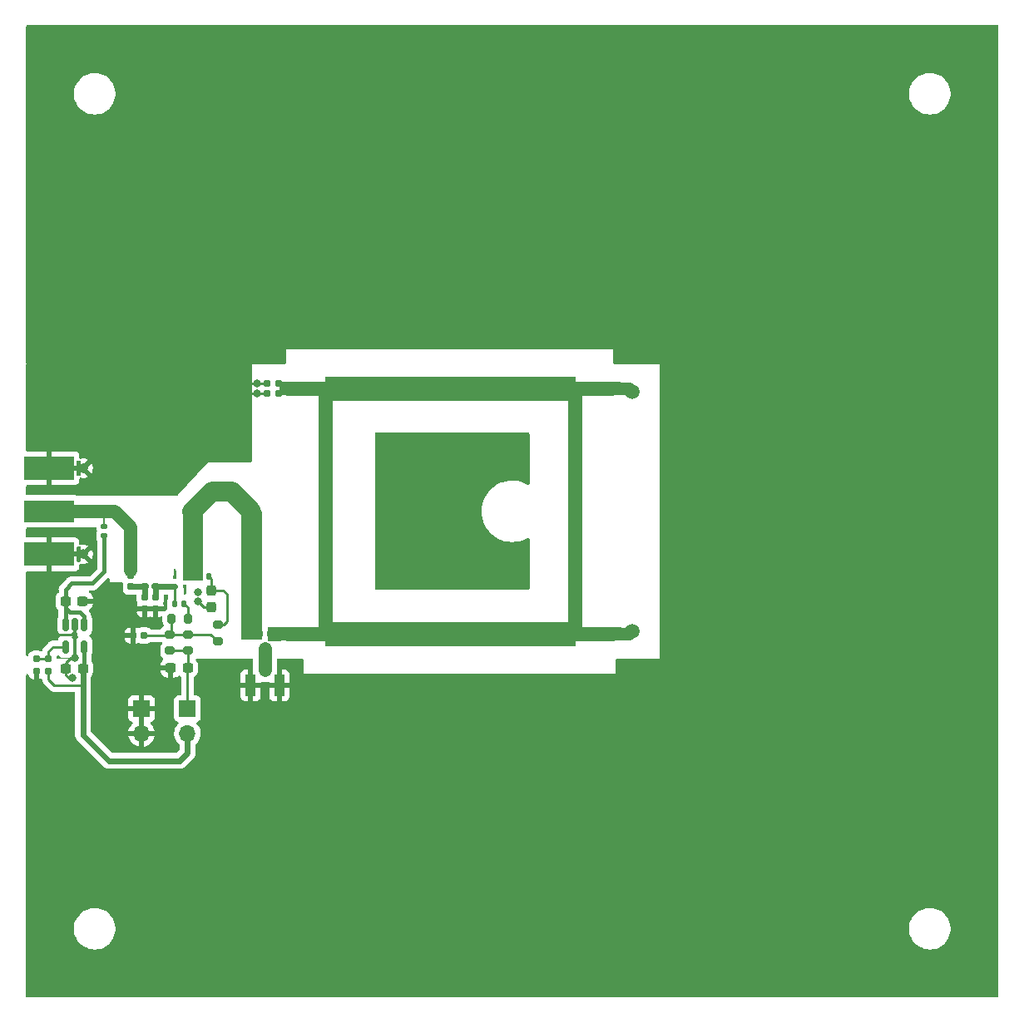
<source format=gtl>
G04 #@! TF.GenerationSoftware,KiCad,Pcbnew,(6.0.6-0)*
G04 #@! TF.CreationDate,2022-09-01T17:00:11+01:00*
G04 #@! TF.ProjectId,gnss_antenna_pcb,676e7373-5f61-46e7-9465-6e6e615f7063,rev?*
G04 #@! TF.SameCoordinates,Original*
G04 #@! TF.FileFunction,Copper,L1,Top*
G04 #@! TF.FilePolarity,Positive*
%FSLAX46Y46*%
G04 Gerber Fmt 4.6, Leading zero omitted, Abs format (unit mm)*
G04 Created by KiCad (PCBNEW (6.0.6-0)) date 2022-09-01 17:00:11*
%MOMM*%
%LPD*%
G01*
G04 APERTURE LIST*
G04 Aperture macros list*
%AMRoundRect*
0 Rectangle with rounded corners*
0 $1 Rounding radius*
0 $2 $3 $4 $5 $6 $7 $8 $9 X,Y pos of 4 corners*
0 Add a 4 corners polygon primitive as box body*
4,1,4,$2,$3,$4,$5,$6,$7,$8,$9,$2,$3,0*
0 Add four circle primitives for the rounded corners*
1,1,$1+$1,$2,$3*
1,1,$1+$1,$4,$5*
1,1,$1+$1,$6,$7*
1,1,$1+$1,$8,$9*
0 Add four rect primitives between the rounded corners*
20,1,$1+$1,$2,$3,$4,$5,0*
20,1,$1+$1,$4,$5,$6,$7,0*
20,1,$1+$1,$6,$7,$8,$9,0*
20,1,$1+$1,$8,$9,$2,$3,0*%
G04 Aperture macros list end*
G04 #@! TA.AperFunction,NonConductor*
%ADD10C,0.005000*%
G04 #@! TD*
G04 #@! TA.AperFunction,NonConductor*
%ADD11C,0.010000*%
G04 #@! TD*
G04 #@! TA.AperFunction,EtchedComponent*
%ADD12C,0.010000*%
G04 #@! TD*
G04 #@! TA.AperFunction,SMDPad,CuDef*
%ADD13RoundRect,0.200000X-0.275000X0.200000X-0.275000X-0.200000X0.275000X-0.200000X0.275000X0.200000X0*%
G04 #@! TD*
G04 #@! TA.AperFunction,SMDPad,CuDef*
%ADD14RoundRect,0.155000X0.212500X0.155000X-0.212500X0.155000X-0.212500X-0.155000X0.212500X-0.155000X0*%
G04 #@! TD*
G04 #@! TA.AperFunction,SMDPad,CuDef*
%ADD15RoundRect,0.160000X0.160000X-0.197500X0.160000X0.197500X-0.160000X0.197500X-0.160000X-0.197500X0*%
G04 #@! TD*
G04 #@! TA.AperFunction,SMDPad,CuDef*
%ADD16RoundRect,0.150000X-0.150000X0.512500X-0.150000X-0.512500X0.150000X-0.512500X0.150000X0.512500X0*%
G04 #@! TD*
G04 #@! TA.AperFunction,SMDPad,CuDef*
%ADD17R,0.350000X0.450000*%
G04 #@! TD*
G04 #@! TA.AperFunction,ComponentPad*
%ADD18C,1.500000*%
G04 #@! TD*
G04 #@! TA.AperFunction,SMDPad,CuDef*
%ADD19RoundRect,0.237500X-0.300000X-0.237500X0.300000X-0.237500X0.300000X0.237500X-0.300000X0.237500X0*%
G04 #@! TD*
G04 #@! TA.AperFunction,SMDPad,CuDef*
%ADD20RoundRect,0.160000X-0.160000X0.197500X-0.160000X-0.197500X0.160000X-0.197500X0.160000X0.197500X0*%
G04 #@! TD*
G04 #@! TA.AperFunction,SMDPad,CuDef*
%ADD21RoundRect,0.160000X0.222500X0.160000X-0.222500X0.160000X-0.222500X-0.160000X0.222500X-0.160000X0*%
G04 #@! TD*
G04 #@! TA.AperFunction,SMDPad,CuDef*
%ADD22R,0.800000X1.360000*%
G04 #@! TD*
G04 #@! TA.AperFunction,SMDPad,CuDef*
%ADD23RoundRect,0.160000X-0.197500X-0.160000X0.197500X-0.160000X0.197500X0.160000X-0.197500X0.160000X0*%
G04 #@! TD*
G04 #@! TA.AperFunction,SMDPad,CuDef*
%ADD24RoundRect,0.237500X0.237500X-0.300000X0.237500X0.300000X-0.237500X0.300000X-0.237500X-0.300000X0*%
G04 #@! TD*
G04 #@! TA.AperFunction,SMDPad,CuDef*
%ADD25RoundRect,0.147500X0.147500X0.172500X-0.147500X0.172500X-0.147500X-0.172500X0.147500X-0.172500X0*%
G04 #@! TD*
G04 #@! TA.AperFunction,SMDPad,CuDef*
%ADD26R,5.080000X2.290000*%
G04 #@! TD*
G04 #@! TA.AperFunction,SMDPad,CuDef*
%ADD27R,5.080000X2.420000*%
G04 #@! TD*
G04 #@! TA.AperFunction,ComponentPad*
%ADD28C,0.970000*%
G04 #@! TD*
G04 #@! TA.AperFunction,SMDPad,CuDef*
%ADD29R,0.950000X0.460000*%
G04 #@! TD*
G04 #@! TA.AperFunction,SMDPad,CuDef*
%ADD30R,0.200000X0.100000*%
G04 #@! TD*
G04 #@! TA.AperFunction,ComponentPad*
%ADD31C,0.300000*%
G04 #@! TD*
G04 #@! TA.AperFunction,ComponentPad*
%ADD32R,1.700000X1.700000*%
G04 #@! TD*
G04 #@! TA.AperFunction,ComponentPad*
%ADD33O,1.700000X1.700000*%
G04 #@! TD*
G04 #@! TA.AperFunction,SMDPad,CuDef*
%ADD34R,1.000000X1.050000*%
G04 #@! TD*
G04 #@! TA.AperFunction,SMDPad,CuDef*
%ADD35R,1.050000X2.200000*%
G04 #@! TD*
G04 #@! TA.AperFunction,SMDPad,CuDef*
%ADD36R,1.000000X1.000000*%
G04 #@! TD*
G04 #@! TA.AperFunction,SMDPad,CuDef*
%ADD37RoundRect,0.155000X0.155000X-0.212500X0.155000X0.212500X-0.155000X0.212500X-0.155000X-0.212500X0*%
G04 #@! TD*
G04 #@! TA.AperFunction,SMDPad,CuDef*
%ADD38RoundRect,0.200000X0.200000X0.275000X-0.200000X0.275000X-0.200000X-0.275000X0.200000X-0.275000X0*%
G04 #@! TD*
G04 #@! TA.AperFunction,SMDPad,CuDef*
%ADD39RoundRect,0.147500X0.172500X-0.147500X0.172500X0.147500X-0.172500X0.147500X-0.172500X-0.147500X0*%
G04 #@! TD*
G04 #@! TA.AperFunction,SMDPad,CuDef*
%ADD40RoundRect,0.237500X0.300000X0.237500X-0.300000X0.237500X-0.300000X-0.237500X0.300000X-0.237500X0*%
G04 #@! TD*
G04 #@! TA.AperFunction,ViaPad*
%ADD41C,0.800000*%
G04 #@! TD*
G04 #@! TA.AperFunction,Conductor*
%ADD42C,1.300000*%
G04 #@! TD*
G04 #@! TA.AperFunction,Conductor*
%ADD43C,0.250000*%
G04 #@! TD*
G04 #@! TA.AperFunction,Conductor*
%ADD44C,2.000000*%
G04 #@! TD*
G04 #@! TA.AperFunction,Conductor*
%ADD45C,0.600000*%
G04 #@! TD*
G04 #@! TA.AperFunction,Conductor*
%ADD46C,1.360000*%
G04 #@! TD*
G04 #@! TA.AperFunction,Conductor*
%ADD47C,0.150000*%
G04 #@! TD*
G04 #@! TA.AperFunction,Conductor*
%ADD48C,0.400000*%
G04 #@! TD*
G04 APERTURE END LIST*
D10*
X75100000Y-111820000D02*
X76350000Y-111820000D01*
X76350000Y-111820000D02*
X76350000Y-113180000D01*
X76350000Y-113180000D02*
X75100000Y-113180000D01*
X75100000Y-113180000D02*
X75100000Y-111820000D01*
G36*
X75100000Y-111820000D02*
G01*
X76350000Y-111820000D01*
X76350000Y-113180000D01*
X75100000Y-113180000D01*
X75100000Y-111820000D01*
G37*
D11*
X66450000Y-107000000D02*
X68450000Y-107000000D01*
X68450000Y-107000000D02*
X68450000Y-100000000D01*
X68450000Y-100000000D02*
X66450000Y-100000000D01*
X66450000Y-100000000D02*
X66450000Y-107000000D01*
G36*
X66450000Y-107000000D02*
G01*
X68450000Y-107000000D01*
X68450000Y-100000000D01*
X66450000Y-100000000D01*
X66450000Y-107000000D01*
G37*
X74450000Y-113000000D02*
X72450000Y-113000000D01*
X72450000Y-113000000D02*
X72450000Y-100000000D01*
X72450000Y-100000000D02*
X74450000Y-100000000D01*
X74450000Y-100000000D02*
X74450000Y-113000000D01*
G36*
X74450000Y-113000000D02*
G01*
X72450000Y-113000000D01*
X72450000Y-100000000D01*
X74450000Y-100000000D01*
X74450000Y-113000000D01*
G37*
D12*
X77025000Y-86820000D02*
X80270000Y-86820000D01*
X80270000Y-86820000D02*
X80270000Y-88180000D01*
X80270000Y-88180000D02*
X77025000Y-88180000D01*
X77025000Y-88180000D02*
X77025000Y-86820000D01*
G36*
X77025000Y-86820000D02*
G01*
X80270000Y-86820000D01*
X80270000Y-88180000D01*
X77025000Y-88180000D01*
X77025000Y-86820000D01*
G37*
X106350000Y-86300000D02*
X81630000Y-86300000D01*
X81630000Y-86300000D02*
X81630000Y-88700000D01*
X81630000Y-88700000D02*
X106350000Y-88700000D01*
X106350000Y-88700000D02*
X106350000Y-86300000D01*
G36*
X106350000Y-86300000D02*
G01*
X81630000Y-86300000D01*
X81630000Y-88700000D01*
X106350000Y-88700000D01*
X106350000Y-86300000D01*
G37*
X80950000Y-86300000D02*
X81630000Y-86300000D01*
X81630000Y-86300000D02*
X81630000Y-88700000D01*
X81630000Y-88700000D02*
X80950000Y-88700000D01*
X80950000Y-88700000D02*
X80950000Y-86300000D01*
G36*
X80950000Y-86300000D02*
G01*
X81630000Y-86300000D01*
X81630000Y-88700000D01*
X80950000Y-88700000D01*
X80950000Y-86300000D01*
G37*
X110325000Y-113180000D02*
X107030000Y-113180000D01*
X107030000Y-113180000D02*
X107030000Y-111820000D01*
X107030000Y-111820000D02*
X110325000Y-111820000D01*
X110325000Y-111820000D02*
X110325000Y-113180000D01*
G36*
X110325000Y-113180000D02*
G01*
X107030000Y-113180000D01*
X107030000Y-111820000D01*
X110325000Y-111820000D01*
X110325000Y-113180000D01*
G37*
X80270000Y-113180000D02*
X77025000Y-113180000D01*
X77025000Y-113180000D02*
X77025000Y-111820000D01*
X77025000Y-111820000D02*
X80270000Y-111820000D01*
X80270000Y-111820000D02*
X80270000Y-113180000D01*
G36*
X80270000Y-113180000D02*
G01*
X77025000Y-113180000D01*
X77025000Y-111820000D01*
X80270000Y-111820000D01*
X80270000Y-113180000D01*
G37*
X106350000Y-113700000D02*
X80950000Y-113700000D01*
X80950000Y-113700000D02*
X80950000Y-111300000D01*
X80950000Y-111300000D02*
X106350000Y-111300000D01*
X106350000Y-111300000D02*
X106350000Y-113700000D01*
G36*
X106350000Y-113700000D02*
G01*
X80950000Y-113700000D01*
X80950000Y-111300000D01*
X106350000Y-111300000D01*
X106350000Y-113700000D01*
G37*
X80950000Y-86820000D02*
X80270000Y-86820000D01*
X80270000Y-86820000D02*
X80270000Y-88180000D01*
X80270000Y-88180000D02*
X80950000Y-88180000D01*
X80950000Y-88180000D02*
X80950000Y-86820000D01*
G36*
X80950000Y-86820000D02*
G01*
X80270000Y-86820000D01*
X80270000Y-88180000D01*
X80950000Y-88180000D01*
X80950000Y-86820000D01*
G37*
X80270000Y-111300000D02*
X80950000Y-111300000D01*
X80950000Y-111300000D02*
X80950000Y-113180000D01*
X80950000Y-113180000D02*
X80270000Y-113180000D01*
X80270000Y-113180000D02*
X80270000Y-111300000D01*
G36*
X80270000Y-111300000D02*
G01*
X80950000Y-111300000D01*
X80950000Y-113180000D01*
X80270000Y-113180000D01*
X80270000Y-111300000D01*
G37*
X80270000Y-88180000D02*
X81630000Y-88180000D01*
X81630000Y-88180000D02*
X81630000Y-111300000D01*
X81630000Y-111300000D02*
X80270000Y-111300000D01*
X80270000Y-111300000D02*
X80270000Y-88180000D01*
G36*
X80270000Y-88180000D02*
G01*
X81630000Y-88180000D01*
X81630000Y-111300000D01*
X80270000Y-111300000D01*
X80270000Y-88180000D01*
G37*
X110275000Y-88180000D02*
X106350000Y-88180000D01*
X106350000Y-88180000D02*
X106350000Y-86820000D01*
X106350000Y-86820000D02*
X110275000Y-86820000D01*
X110275000Y-86820000D02*
X110275000Y-88180000D01*
G36*
X110275000Y-88180000D02*
G01*
X106350000Y-88180000D01*
X106350000Y-86820000D01*
X110275000Y-86820000D01*
X110275000Y-88180000D01*
G37*
X107030000Y-88700000D02*
X106350000Y-88700000D01*
X106350000Y-88700000D02*
X106350000Y-86820000D01*
X106350000Y-86820000D02*
X107030000Y-86820000D01*
X107030000Y-86820000D02*
X107030000Y-88700000D01*
G36*
X107030000Y-88700000D02*
G01*
X106350000Y-88700000D01*
X106350000Y-86820000D01*
X107030000Y-86820000D01*
X107030000Y-88700000D01*
G37*
X107030000Y-113180000D02*
X105670000Y-113180000D01*
X105670000Y-113180000D02*
X105670000Y-88700000D01*
X105670000Y-88700000D02*
X107030000Y-88700000D01*
X107030000Y-88700000D02*
X107030000Y-113180000D01*
G36*
X107030000Y-113180000D02*
G01*
X105670000Y-113180000D01*
X105670000Y-88700000D01*
X107030000Y-88700000D01*
X107030000Y-113180000D01*
G37*
X65750000Y-106550000D02*
X65550000Y-106550000D01*
X65550000Y-106550000D02*
X65550000Y-106050000D01*
X65550000Y-106050000D02*
X65750000Y-106050000D01*
X65750000Y-106050000D02*
X65750000Y-106550000D01*
G36*
X65750000Y-106550000D02*
G01*
X65550000Y-106550000D01*
X65550000Y-106050000D01*
X65750000Y-106050000D01*
X65750000Y-106550000D01*
G37*
X66550000Y-107850000D02*
X66750000Y-107850000D01*
X66750000Y-107850000D02*
X66750000Y-108350000D01*
X66750000Y-108350000D02*
X66550000Y-108350000D01*
X66550000Y-108350000D02*
X66550000Y-107850000D01*
G36*
X66550000Y-107850000D02*
G01*
X66750000Y-107850000D01*
X66750000Y-108350000D01*
X66550000Y-108350000D01*
X66550000Y-107850000D01*
G37*
D13*
X67000000Y-112525000D03*
X67000000Y-114175000D03*
D14*
X75367500Y-112500000D03*
X74232500Y-112500000D03*
D15*
X63722500Y-109947500D03*
X63722500Y-108752500D03*
D16*
X56430000Y-111522500D03*
X55480000Y-111522500D03*
X54530000Y-111522500D03*
X54530000Y-113797500D03*
X56430000Y-113797500D03*
D17*
X66650000Y-106750000D03*
X65650000Y-106750000D03*
X65650000Y-107650000D03*
X66650000Y-107650000D03*
D18*
X112197592Y-112197592D03*
X112197592Y-87802408D03*
D19*
X54537500Y-109150000D03*
X56262500Y-109150000D03*
D20*
X52800000Y-115052500D03*
X52800000Y-116247500D03*
D21*
X63720000Y-107650000D03*
X62575000Y-107650000D03*
D22*
X110725000Y-112500000D03*
X110675000Y-87500000D03*
X76625000Y-112500000D03*
X76625000Y-87500000D03*
D23*
X75002500Y-88000000D03*
X76197500Y-88000000D03*
D24*
X69350000Y-109762500D03*
X69350000Y-108037500D03*
D15*
X51550000Y-116247500D03*
X51550000Y-115052500D03*
D13*
X65150000Y-112525000D03*
X65150000Y-114175000D03*
D25*
X69085000Y-106650000D03*
X68115000Y-106650000D03*
D26*
X52880000Y-100000000D03*
D27*
X52880000Y-104380000D03*
X52880000Y-95620000D03*
D28*
X56320000Y-104380000D03*
X56320000Y-95620000D03*
D29*
X55870000Y-104380000D03*
X55870000Y-95620000D03*
D13*
X70000000Y-111575000D03*
X70000000Y-113225000D03*
D15*
X62572500Y-109947500D03*
X62572500Y-108752500D03*
D30*
X65650000Y-106500000D03*
D31*
X65650000Y-105950000D03*
D32*
X62260000Y-120085000D03*
D33*
X62260000Y-122625000D03*
D32*
X66940000Y-120085000D03*
D33*
X66940000Y-122625000D03*
D34*
X74825000Y-116200000D03*
D35*
X76300000Y-117725000D03*
X73350000Y-117725000D03*
D36*
X74825000Y-114025000D03*
D14*
X62517500Y-112650000D03*
X61382500Y-112650000D03*
D37*
X61190000Y-107657500D03*
X61190000Y-106522500D03*
D25*
X66610000Y-109400000D03*
X65640000Y-109400000D03*
D38*
X66965000Y-110940000D03*
X65315000Y-110940000D03*
D39*
X58480000Y-102485000D03*
X58480000Y-101515000D03*
D40*
X66952500Y-115940000D03*
X65227500Y-115940000D03*
X56312500Y-116000000D03*
X54587500Y-116000000D03*
D23*
X75002500Y-87000000D03*
X76197500Y-87000000D03*
D30*
X66650000Y-107900000D03*
D31*
X66650000Y-108450000D03*
D41*
X108790782Y-82600000D03*
X59600000Y-119400000D03*
X67400000Y-95800000D03*
X148200000Y-99900000D03*
X103430766Y-51600000D03*
X87250000Y-96812500D03*
X75800000Y-84000000D03*
X95700000Y-117200000D03*
X53000000Y-106800000D03*
X74000000Y-87000000D03*
X93750000Y-100625000D03*
X148200000Y-80580000D03*
X59400000Y-110400000D03*
X109400000Y-148200000D03*
X96500000Y-94250000D03*
X53300000Y-112600000D03*
X148200000Y-119220000D03*
X72600000Y-89600000D03*
X109800000Y-117200000D03*
X53000000Y-102200000D03*
X59600000Y-123400000D03*
X93750000Y-106750000D03*
X51000000Y-111200000D03*
X97169235Y-82600000D03*
X116200000Y-115000000D03*
X51200000Y-69400000D03*
X60310000Y-112660000D03*
X85547694Y-82600000D03*
X71750000Y-119200000D03*
X116200000Y-107500000D03*
X70200000Y-94200000D03*
X68600000Y-117600000D03*
X57800000Y-122200000D03*
X73000000Y-88000000D03*
X51700000Y-117350000D03*
X90500000Y-104437500D03*
X57800000Y-117800000D03*
X138500000Y-148200000D03*
X71750000Y-118050000D03*
X125815380Y-51600000D03*
X93750000Y-104437500D03*
X51200000Y-51600000D03*
X87250000Y-100625000D03*
X81600000Y-117200000D03*
X116200000Y-103750000D03*
X95969228Y-51600000D03*
X100400000Y-117200000D03*
X105100000Y-117200000D03*
X68000000Y-109200000D03*
X116200000Y-88750000D03*
X53000000Y-97800000D03*
X58400000Y-116000000D03*
X72580512Y-94153214D03*
X61600000Y-109950000D03*
X93295388Y-82600000D03*
X116200000Y-85000000D03*
X104916929Y-82600000D03*
X77950000Y-116700000D03*
X59600000Y-121400000D03*
X148200000Y-109560000D03*
X70600000Y-148200000D03*
X77950000Y-117850000D03*
X148200000Y-148200000D03*
X148200000Y-90240000D03*
X62600000Y-97800000D03*
X81046152Y-51600000D03*
X71750000Y-116850000D03*
X148200000Y-138540000D03*
X66123076Y-51600000D03*
X101043082Y-82600000D03*
X112200000Y-84000000D03*
X57800000Y-120200000D03*
X116200000Y-111250000D03*
X86300000Y-117200000D03*
X118353842Y-51600000D03*
X148200000Y-61260000D03*
X148200000Y-70920000D03*
X51200000Y-77200000D03*
X128800000Y-148200000D03*
X72600000Y-91800000D03*
X90500000Y-94250000D03*
X99700000Y-148200000D03*
X80300000Y-148200000D03*
X90500000Y-106750000D03*
X51200000Y-60600000D03*
X69400000Y-122800000D03*
X72800000Y-84000000D03*
X90500000Y-96812500D03*
X58661538Y-51600000D03*
X52800000Y-111200000D03*
X133276918Y-51600000D03*
X90000000Y-148200000D03*
X148200000Y-128880000D03*
X89421541Y-82600000D03*
X51200000Y-148200000D03*
X57750000Y-114050000D03*
X65600000Y-97800000D03*
X74000000Y-88000000D03*
X90500000Y-100625000D03*
X81673847Y-82600000D03*
X64600000Y-121200000D03*
X88507690Y-51600000D03*
X77800000Y-82600000D03*
X70200000Y-115800000D03*
X110892304Y-51600000D03*
X116200000Y-96250000D03*
X55450000Y-114950000D03*
X51000000Y-107200000D03*
X91000000Y-117200000D03*
X69400000Y-119800000D03*
X56600000Y-102200000D03*
X60900000Y-148200000D03*
X73584614Y-51600000D03*
X73000000Y-87000000D03*
X116200000Y-92500000D03*
X51200000Y-93000000D03*
X148200000Y-51600000D03*
X57700000Y-109150000D03*
X51200000Y-84400000D03*
X96500000Y-106750000D03*
X63850000Y-115950000D03*
X87250000Y-104437500D03*
X119100000Y-148200000D03*
X116200000Y-100000000D03*
X51000000Y-109200000D03*
X65250000Y-117250000D03*
X112600000Y-116000000D03*
X59600000Y-97800000D03*
X77900000Y-119150000D03*
X57700000Y-111350000D03*
X93750000Y-94250000D03*
X56600000Y-97800000D03*
X55200000Y-117000000D03*
X93750000Y-97000000D03*
X140738456Y-51600000D03*
X68000000Y-108200000D03*
D42*
X111895184Y-112500000D02*
X112197592Y-112197592D01*
X110725000Y-112500000D02*
X111895184Y-112500000D01*
X111895184Y-87500000D02*
X112197592Y-87802408D01*
X110675000Y-87500000D02*
X111895184Y-87500000D01*
D43*
X76625000Y-112500000D02*
X75367500Y-112500000D01*
D44*
X71450000Y-98000000D02*
X73450000Y-100000000D01*
X67450000Y-100000000D02*
X69450000Y-98000000D01*
X71450000Y-98000000D02*
X69450000Y-98000000D01*
D43*
X54900000Y-117000000D02*
X54587500Y-116687500D01*
X63860000Y-115940000D02*
X63850000Y-115950000D01*
X51550000Y-116247500D02*
X51550000Y-117200000D01*
X55200000Y-117000000D02*
X54900000Y-117000000D01*
X68562500Y-109762500D02*
X68000000Y-109200000D01*
X55100000Y-112600000D02*
X55480000Y-112220000D01*
X62572500Y-109947500D02*
X61602500Y-109947500D01*
X65227500Y-115940000D02*
X63860000Y-115940000D01*
X54587500Y-116000000D02*
X54587500Y-115412500D01*
X73000000Y-88000000D02*
X72750000Y-88000000D01*
X55480000Y-112220000D02*
X55480000Y-111522500D01*
X65227500Y-117227500D02*
X65250000Y-117250000D01*
X51550000Y-117200000D02*
X51700000Y-117350000D01*
X73000000Y-87000000D02*
X74000000Y-87000000D01*
X54587500Y-115412500D02*
X55050000Y-114950000D01*
X69350000Y-109762500D02*
X68562500Y-109762500D01*
X65227500Y-115940000D02*
X65227500Y-117227500D01*
X61382500Y-112650000D02*
X60320000Y-112650000D01*
X74000000Y-87000000D02*
X75002500Y-87000000D01*
X54587500Y-116000000D02*
X54587500Y-116687500D01*
X55050000Y-114950000D02*
X55450000Y-114950000D01*
X61602500Y-109947500D02*
X61600000Y-109950000D01*
X74000000Y-88000000D02*
X73000000Y-88000000D01*
X75002500Y-88000000D02*
X74000000Y-88000000D01*
X63722500Y-109947500D02*
X62572500Y-109947500D01*
X56262500Y-109150000D02*
X57700000Y-109150000D01*
X72750000Y-88000000D02*
X72750000Y-87000000D01*
X72750000Y-87000000D02*
X73000000Y-87000000D01*
X53300000Y-112600000D02*
X55100000Y-112600000D01*
X70625000Y-111575000D02*
X71000000Y-111200000D01*
X70000000Y-111575000D02*
X70625000Y-111575000D01*
X69350000Y-106915000D02*
X69085000Y-106650000D01*
X71000000Y-111200000D02*
X71000000Y-108450000D01*
X70587500Y-108037500D02*
X69350000Y-108037500D01*
X71000000Y-108450000D02*
X70587500Y-108037500D01*
X69350000Y-108037500D02*
X69350000Y-106915000D01*
X69300000Y-112525000D02*
X70000000Y-113225000D01*
X65315000Y-110940000D02*
X65315000Y-112360000D01*
X65025000Y-112650000D02*
X65150000Y-112525000D01*
X65150000Y-112525000D02*
X67000000Y-112525000D01*
X65315000Y-112360000D02*
X65150000Y-112525000D01*
X67000000Y-112525000D02*
X69300000Y-112525000D01*
X62517500Y-112650000D02*
X65025000Y-112650000D01*
X66940000Y-120085000D02*
X66940000Y-115952500D01*
X65150000Y-114175000D02*
X67000000Y-114175000D01*
X67000000Y-114175000D02*
X67000000Y-115892500D01*
X67000000Y-115892500D02*
X66952500Y-115940000D01*
X66940000Y-115952500D02*
X66952500Y-115940000D01*
D45*
X62572500Y-108752500D02*
X62572500Y-107652500D01*
X62575000Y-107650000D02*
X61197500Y-107650000D01*
D43*
X61197500Y-107650000D02*
X61190000Y-107657500D01*
D46*
X58100000Y-100000000D02*
X59540000Y-100000000D01*
X59540000Y-100000000D02*
X61180000Y-101640000D01*
D47*
X58480000Y-101515000D02*
X58480000Y-100380000D01*
D43*
X58480000Y-100380000D02*
X58100000Y-100000000D01*
D46*
X52880000Y-100000000D02*
X58100000Y-100000000D01*
X61180000Y-101640000D02*
X61180000Y-106070000D01*
D48*
X54950000Y-110300000D02*
X56000000Y-110300000D01*
X56430000Y-110730000D02*
X56430000Y-111522500D01*
X58480000Y-106120000D02*
X58480000Y-102485000D01*
X56000000Y-110300000D02*
X56430000Y-110730000D01*
X54537500Y-107962500D02*
X55150000Y-107350000D01*
X54537500Y-109887500D02*
X54950000Y-110300000D01*
D43*
X54530000Y-109157500D02*
X54537500Y-109150000D01*
X54537500Y-109150000D02*
X54537500Y-109887500D01*
D48*
X55150000Y-107350000D02*
X57250000Y-107350000D01*
X57250000Y-107350000D02*
X58480000Y-106120000D01*
X54537500Y-109150000D02*
X54537500Y-107962500D01*
X54530000Y-111522500D02*
X54530000Y-109157500D01*
D45*
X66940000Y-124610000D02*
X66150000Y-125400000D01*
X58950000Y-125400000D02*
X56312500Y-122762500D01*
X56312500Y-122762500D02*
X56312500Y-116000000D01*
X66940000Y-122625000D02*
X66940000Y-124610000D01*
D43*
X56430000Y-117470000D02*
X56430000Y-115882500D01*
D45*
X66150000Y-125400000D02*
X58950000Y-125400000D01*
D48*
X56430000Y-113797500D02*
X56430000Y-115882500D01*
D43*
X52800000Y-116247500D02*
X52800000Y-117150000D01*
X56150000Y-117750000D02*
X56430000Y-117470000D01*
X53400000Y-117750000D02*
X56150000Y-117750000D01*
X52800000Y-117150000D02*
X53400000Y-117750000D01*
X56430000Y-115882500D02*
X56312500Y-116000000D01*
D46*
X74825000Y-116200000D02*
X74825000Y-114025000D01*
D43*
X66965000Y-110940000D02*
X66965000Y-109755000D01*
X66965000Y-109755000D02*
X66610000Y-109400000D01*
D45*
X63720000Y-107650000D02*
X63720000Y-108750000D01*
D43*
X65650000Y-109390000D02*
X65640000Y-109400000D01*
X65650000Y-107650000D02*
X65650000Y-109390000D01*
D45*
X65650000Y-107650000D02*
X63720000Y-107650000D01*
D43*
X76625000Y-87427500D02*
X76197500Y-87000000D01*
X76625000Y-87500000D02*
X76625000Y-87427500D01*
X76625000Y-87572500D02*
X76197500Y-88000000D01*
X76625000Y-87500000D02*
X76625000Y-87572500D01*
X52800000Y-114250000D02*
X53252500Y-113797500D01*
X53252500Y-113797500D02*
X54530000Y-113797500D01*
X52800000Y-115052500D02*
X52800000Y-114250000D01*
X51550000Y-115052500D02*
X52800000Y-115052500D01*
G04 #@! TA.AperFunction,Conductor*
G36*
X58918032Y-106788104D02*
G01*
X58974868Y-106830651D01*
X58999679Y-106897171D01*
X59000000Y-106906160D01*
X59000000Y-107200000D01*
X60251031Y-107200000D01*
X60319152Y-107220002D01*
X60365645Y-107273658D01*
X60376502Y-107337529D01*
X60371500Y-107391968D01*
X60371500Y-107923032D01*
X60377819Y-107991801D01*
X60396603Y-108051739D01*
X60418529Y-108121705D01*
X60425843Y-108145045D01*
X60509034Y-108282410D01*
X60622590Y-108395966D01*
X60759955Y-108479157D01*
X60767202Y-108481428D01*
X60767204Y-108481429D01*
X60828921Y-108500770D01*
X60913199Y-108527181D01*
X60981968Y-108533500D01*
X61398032Y-108533500D01*
X61466801Y-108527181D01*
X61548548Y-108501563D01*
X61580321Y-108491606D01*
X61651306Y-108490322D01*
X61711716Y-108527619D01*
X61742373Y-108591656D01*
X61744000Y-108611840D01*
X61744001Y-108810213D01*
X61744001Y-109003436D01*
X61744264Y-109006295D01*
X61744264Y-109006303D01*
X61745307Y-109017654D01*
X61750366Y-109072719D01*
X61752365Y-109079097D01*
X61752365Y-109079098D01*
X61764521Y-109117886D01*
X61798752Y-109227118D01*
X61802687Y-109233615D01*
X61802689Y-109233620D01*
X61833934Y-109285211D01*
X61852114Y-109353840D01*
X61833934Y-109415755D01*
X61803148Y-109466588D01*
X61796939Y-109480339D01*
X61752863Y-109620989D01*
X61750250Y-109634036D01*
X61746444Y-109675459D01*
X61749366Y-109690336D01*
X61761260Y-109693500D01*
X64532098Y-109693500D01*
X64546643Y-109689229D01*
X64548706Y-109677096D01*
X64544749Y-109634027D01*
X64542139Y-109620994D01*
X64498061Y-109480339D01*
X64491852Y-109466588D01*
X64461066Y-109415755D01*
X64442886Y-109347126D01*
X64461066Y-109285211D01*
X64492311Y-109233620D01*
X64492313Y-109233615D01*
X64496248Y-109227118D01*
X64544634Y-109072719D01*
X64551000Y-109003437D01*
X64550999Y-108584499D01*
X64571001Y-108516380D01*
X64624656Y-108469886D01*
X64676999Y-108458500D01*
X64874000Y-108458500D01*
X64942121Y-108478502D01*
X64988614Y-108532158D01*
X65000000Y-108584500D01*
X65000000Y-108742092D01*
X64979998Y-108810213D01*
X64975014Y-108817261D01*
X64970038Y-108822237D01*
X64966004Y-108829057D01*
X64966004Y-108829058D01*
X64926415Y-108896000D01*
X64885668Y-108964900D01*
X64839427Y-109124063D01*
X64838923Y-109130468D01*
X64838922Y-109130473D01*
X64836693Y-109158797D01*
X64836500Y-109161253D01*
X64836501Y-109638746D01*
X64839427Y-109675937D01*
X64859500Y-109745028D01*
X64882717Y-109824942D01*
X64885668Y-109835100D01*
X64889700Y-109841917D01*
X64892109Y-109847485D01*
X64900805Y-109917947D01*
X64870025Y-109981925D01*
X64828398Y-110012304D01*
X64821301Y-110014528D01*
X64814804Y-110018463D01*
X64814799Y-110018465D01*
X64699063Y-110088557D01*
X64674619Y-110103361D01*
X64613385Y-110164595D01*
X64551073Y-110198621D01*
X64524290Y-110201500D01*
X63994615Y-110201500D01*
X63979376Y-110205975D01*
X63978171Y-110207365D01*
X63976500Y-110215048D01*
X63976500Y-110791153D01*
X63980771Y-110805698D01*
X63992904Y-110807761D01*
X63998473Y-110807249D01*
X64011506Y-110804639D01*
X64152161Y-110760561D01*
X64165905Y-110754355D01*
X64215228Y-110724484D01*
X64283858Y-110706305D01*
X64351421Y-110728115D01*
X64396468Y-110782990D01*
X64406500Y-110832260D01*
X64406501Y-111081301D01*
X64406501Y-111271634D01*
X64406764Y-111274492D01*
X64406764Y-111274501D01*
X64410026Y-111310004D01*
X64413247Y-111345062D01*
X64464528Y-111508699D01*
X64504072Y-111573994D01*
X64522251Y-111642623D01*
X64500441Y-111710187D01*
X64461567Y-111747041D01*
X64434619Y-111763361D01*
X64313361Y-111884619D01*
X64309424Y-111891120D01*
X64270270Y-111955771D01*
X64217873Y-112003678D01*
X64162494Y-112016500D01*
X63242066Y-112016500D01*
X63173945Y-111996498D01*
X63152971Y-111979595D01*
X63142410Y-111969034D01*
X63005045Y-111885843D01*
X62997798Y-111883572D01*
X62997796Y-111883571D01*
X62891037Y-111850115D01*
X62851801Y-111837819D01*
X62783032Y-111831500D01*
X62251968Y-111831500D01*
X62183199Y-111837819D01*
X62143963Y-111850115D01*
X62037204Y-111883571D01*
X62037202Y-111883572D01*
X62029955Y-111885843D01*
X62023458Y-111889778D01*
X62023456Y-111889779D01*
X62014790Y-111895027D01*
X61946161Y-111913207D01*
X61884243Y-111895026D01*
X61876331Y-111890234D01*
X61862589Y-111884029D01*
X61723096Y-111840315D01*
X61710046Y-111837702D01*
X61653038Y-111832463D01*
X61639376Y-111836475D01*
X61638171Y-111837865D01*
X61636500Y-111845548D01*
X61636500Y-113449885D01*
X61640975Y-113465124D01*
X61642365Y-113466329D01*
X61649186Y-113467813D01*
X61650888Y-113467734D01*
X61710046Y-113462298D01*
X61723096Y-113459685D01*
X61862589Y-113415971D01*
X61876331Y-113409766D01*
X61884243Y-113404974D01*
X61952872Y-113386793D01*
X62014791Y-113404973D01*
X62029955Y-113414157D01*
X62037202Y-113416428D01*
X62037204Y-113416429D01*
X62072315Y-113427432D01*
X62183199Y-113462181D01*
X62251968Y-113468500D01*
X62783032Y-113468500D01*
X62851801Y-113462181D01*
X62962685Y-113427432D01*
X62997796Y-113416429D01*
X62997798Y-113416428D01*
X63005045Y-113414157D01*
X63142410Y-113330966D01*
X63152971Y-113320405D01*
X63215283Y-113286379D01*
X63242066Y-113283500D01*
X64260290Y-113283500D01*
X64328411Y-113303502D01*
X64374904Y-113357158D01*
X64385008Y-113427432D01*
X64355514Y-113492012D01*
X64349385Y-113498595D01*
X64313361Y-113534619D01*
X64224528Y-113681301D01*
X64173247Y-113844938D01*
X64166500Y-113918365D01*
X64166501Y-114431634D01*
X64166764Y-114434492D01*
X64166764Y-114434501D01*
X64170026Y-114470004D01*
X64173247Y-114505062D01*
X64175246Y-114511440D01*
X64175246Y-114511441D01*
X64221563Y-114659237D01*
X64224528Y-114668699D01*
X64313361Y-114815381D01*
X64434619Y-114936639D01*
X64438638Y-114939073D01*
X64479183Y-114995840D01*
X64479387Y-115000000D01*
X57138500Y-115000000D01*
X57138500Y-114693706D01*
X57156045Y-114629569D01*
X57189145Y-114573601D01*
X57235562Y-114413831D01*
X57238500Y-114376502D01*
X57238500Y-113218498D01*
X57238307Y-113216042D01*
X57236067Y-113187579D01*
X57236066Y-113187574D01*
X57235562Y-113181169D01*
X57189145Y-113021399D01*
X57136918Y-112933088D01*
X57129356Y-112920302D01*
X60512752Y-112920302D01*
X60515313Y-112933088D01*
X60559029Y-113072589D01*
X60565235Y-113086334D01*
X60640496Y-113210604D01*
X60649803Y-113222473D01*
X60752527Y-113325197D01*
X60764396Y-113334504D01*
X60888666Y-113409765D01*
X60902411Y-113415971D01*
X61041904Y-113459685D01*
X61054954Y-113462298D01*
X61111962Y-113467537D01*
X61125624Y-113463525D01*
X61126829Y-113462135D01*
X61128500Y-113454452D01*
X61128500Y-112922115D01*
X61124025Y-112906876D01*
X61122635Y-112905671D01*
X61114952Y-112904000D01*
X60529342Y-112904000D01*
X60514797Y-112908271D01*
X60512752Y-112920302D01*
X57129356Y-112920302D01*
X57108491Y-112885020D01*
X57108489Y-112885017D01*
X57104453Y-112878193D01*
X56986807Y-112760547D01*
X56982998Y-112758294D01*
X56942345Y-112702004D01*
X56938494Y-112631112D01*
X56973582Y-112569391D01*
X56981276Y-112562724D01*
X56986807Y-112559453D01*
X57104453Y-112441807D01*
X57108489Y-112434983D01*
X57108491Y-112434980D01*
X57141891Y-112378503D01*
X60512991Y-112378503D01*
X60515806Y-112392835D01*
X60527702Y-112396000D01*
X61110385Y-112396000D01*
X61125624Y-112391525D01*
X61126829Y-112390135D01*
X61128500Y-112382452D01*
X61128500Y-111850115D01*
X61124025Y-111834876D01*
X61122635Y-111833671D01*
X61115814Y-111832187D01*
X61114112Y-111832266D01*
X61054954Y-111837702D01*
X61041904Y-111840315D01*
X60902411Y-111884029D01*
X60888666Y-111890235D01*
X60764396Y-111965496D01*
X60752527Y-111974803D01*
X60649803Y-112077527D01*
X60640496Y-112089396D01*
X60565235Y-112213666D01*
X60559029Y-112227411D01*
X60515313Y-112366912D01*
X60512991Y-112378503D01*
X57141891Y-112378503D01*
X57185108Y-112305427D01*
X57189145Y-112298601D01*
X57235562Y-112138831D01*
X57238500Y-112101502D01*
X57238500Y-110943498D01*
X57238307Y-110941042D01*
X57236067Y-110912579D01*
X57236066Y-110912574D01*
X57235562Y-110906169D01*
X57199776Y-110782990D01*
X57191357Y-110754012D01*
X57191356Y-110754010D01*
X57189145Y-110746399D01*
X57148316Y-110677361D01*
X57132644Y-110634881D01*
X57131737Y-110629683D01*
X57130775Y-110623162D01*
X57124014Y-110567298D01*
X57123102Y-110559758D01*
X57120419Y-110552657D01*
X57119778Y-110550048D01*
X57115309Y-110533715D01*
X57114548Y-110531195D01*
X57113243Y-110523717D01*
X57110191Y-110516764D01*
X57087559Y-110465204D01*
X57085068Y-110459099D01*
X57065175Y-110406456D01*
X57065173Y-110406452D01*
X57062487Y-110399344D01*
X57058184Y-110393083D01*
X57056947Y-110390717D01*
X57048720Y-110375937D01*
X57047369Y-110373652D01*
X57044315Y-110366695D01*
X57039695Y-110360675D01*
X57039692Y-110360669D01*
X57005421Y-110316009D01*
X57001541Y-110310668D01*
X56969661Y-110264280D01*
X56969656Y-110264275D01*
X56965357Y-110258019D01*
X56930444Y-110226913D01*
X56924829Y-110217904D01*
X61746294Y-110217904D01*
X61750251Y-110260973D01*
X61752861Y-110274006D01*
X61796939Y-110414661D01*
X61803145Y-110428406D01*
X61879033Y-110553711D01*
X61888340Y-110565580D01*
X61991920Y-110669160D01*
X62003789Y-110678467D01*
X62129094Y-110754355D01*
X62142839Y-110760561D01*
X62283494Y-110804639D01*
X62296527Y-110807249D01*
X62300461Y-110807611D01*
X62315335Y-110804688D01*
X62318500Y-110792793D01*
X62318500Y-110791153D01*
X62826500Y-110791153D01*
X62830771Y-110805698D01*
X62842904Y-110807761D01*
X62848473Y-110807249D01*
X62861506Y-110804639D01*
X63002161Y-110760561D01*
X63015912Y-110754352D01*
X63082228Y-110714189D01*
X63150857Y-110696009D01*
X63212772Y-110714189D01*
X63279088Y-110754352D01*
X63292839Y-110760561D01*
X63433494Y-110804639D01*
X63446527Y-110807249D01*
X63450461Y-110807611D01*
X63465335Y-110804688D01*
X63468500Y-110792793D01*
X63468500Y-110219615D01*
X63464025Y-110204376D01*
X63462635Y-110203171D01*
X63454952Y-110201500D01*
X62844615Y-110201500D01*
X62829376Y-110205975D01*
X62828171Y-110207365D01*
X62826500Y-110215048D01*
X62826500Y-110791153D01*
X62318500Y-110791153D01*
X62318500Y-110219615D01*
X62314025Y-110204376D01*
X62312635Y-110203171D01*
X62304952Y-110201500D01*
X61762902Y-110201500D01*
X61748357Y-110205771D01*
X61746294Y-110217904D01*
X56924829Y-110217904D01*
X56892890Y-110166663D01*
X56893871Y-110095673D01*
X56933076Y-110036483D01*
X56947963Y-110025693D01*
X57022492Y-109979573D01*
X57033890Y-109970540D01*
X57146363Y-109857871D01*
X57155375Y-109846460D01*
X57238912Y-109710937D01*
X57245056Y-109697759D01*
X57295315Y-109546234D01*
X57298181Y-109532868D01*
X57307672Y-109440230D01*
X57308000Y-109433815D01*
X57308000Y-109422115D01*
X57303525Y-109406876D01*
X57302135Y-109405671D01*
X57294452Y-109404000D01*
X56134500Y-109404000D01*
X56066379Y-109383998D01*
X56019886Y-109330342D01*
X56008500Y-109278000D01*
X56008500Y-109022000D01*
X56028502Y-108953879D01*
X56082158Y-108907386D01*
X56134500Y-108896000D01*
X57289885Y-108896000D01*
X57305124Y-108891525D01*
X57306329Y-108890135D01*
X57308000Y-108882452D01*
X57308000Y-108866234D01*
X57307663Y-108859718D01*
X57297925Y-108765868D01*
X57295032Y-108752472D01*
X57244512Y-108601047D01*
X57238347Y-108587885D01*
X57154574Y-108452508D01*
X57145540Y-108441110D01*
X57032871Y-108328637D01*
X57021460Y-108319625D01*
X56976254Y-108291760D01*
X56928761Y-108238988D01*
X56917337Y-108168917D01*
X56945611Y-108103793D01*
X57004605Y-108064293D01*
X57042370Y-108058500D01*
X57221088Y-108058500D01*
X57229658Y-108058792D01*
X57279776Y-108062209D01*
X57279780Y-108062209D01*
X57287352Y-108062725D01*
X57294829Y-108061420D01*
X57294830Y-108061420D01*
X57321308Y-108056799D01*
X57350303Y-108051738D01*
X57356821Y-108050777D01*
X57420242Y-108043102D01*
X57427343Y-108040419D01*
X57429952Y-108039778D01*
X57446262Y-108035315D01*
X57448798Y-108034550D01*
X57456284Y-108033243D01*
X57514800Y-108007556D01*
X57520904Y-108005065D01*
X57573548Y-107985173D01*
X57573549Y-107985172D01*
X57580656Y-107982487D01*
X57586919Y-107978183D01*
X57589285Y-107976946D01*
X57604097Y-107968701D01*
X57606351Y-107967368D01*
X57613305Y-107964315D01*
X57664002Y-107925413D01*
X57669332Y-107921541D01*
X57715720Y-107889661D01*
X57715725Y-107889656D01*
X57721981Y-107885357D01*
X57763436Y-107838829D01*
X57768416Y-107833554D01*
X58784905Y-106817065D01*
X58847217Y-106783039D01*
X58918032Y-106788104D01*
G37*
G04 #@! TD.AperFunction*
G04 #@! TA.AperFunction,Conductor*
G36*
X55563621Y-111288502D02*
G01*
X55610114Y-111342158D01*
X55621500Y-111394500D01*
X55621500Y-112101502D01*
X55624438Y-112138831D01*
X55670855Y-112298601D01*
X55674892Y-112305427D01*
X55716453Y-112375703D01*
X55734000Y-112439842D01*
X55734000Y-112671878D01*
X55738474Y-112687116D01*
X55747882Y-112695268D01*
X55786266Y-112754994D01*
X55786266Y-112825990D01*
X55764929Y-112867720D01*
X55761156Y-112872584D01*
X55755547Y-112878193D01*
X55751511Y-112885017D01*
X55751509Y-112885020D01*
X55723082Y-112933088D01*
X55670855Y-113021399D01*
X55624438Y-113181169D01*
X55623934Y-113187574D01*
X55623933Y-113187579D01*
X55621693Y-113216042D01*
X55621500Y-113218498D01*
X55621500Y-114376502D01*
X55624438Y-114413831D01*
X55670855Y-114573601D01*
X55703955Y-114629569D01*
X55721500Y-114693706D01*
X55721500Y-114995060D01*
X55720049Y-115000000D01*
X53628500Y-115000000D01*
X53628499Y-114804447D01*
X53628499Y-114801564D01*
X53628236Y-114798697D01*
X53628103Y-114795802D01*
X53629509Y-114795738D01*
X53642280Y-114731419D01*
X53691560Y-114680311D01*
X53760648Y-114663959D01*
X53827608Y-114687555D01*
X53852401Y-114711488D01*
X53855547Y-114716807D01*
X53973193Y-114834453D01*
X53980017Y-114838489D01*
X53980020Y-114838491D01*
X54087589Y-114902107D01*
X54116399Y-114919145D01*
X54124010Y-114921356D01*
X54124012Y-114921357D01*
X54158110Y-114931263D01*
X54276169Y-114965562D01*
X54282574Y-114966066D01*
X54282579Y-114966067D01*
X54311042Y-114968307D01*
X54311050Y-114968307D01*
X54313498Y-114968500D01*
X54746502Y-114968500D01*
X54748950Y-114968307D01*
X54748958Y-114968307D01*
X54777421Y-114966067D01*
X54777426Y-114966066D01*
X54783831Y-114965562D01*
X54901890Y-114931263D01*
X54935988Y-114921357D01*
X54935990Y-114921356D01*
X54943601Y-114919145D01*
X54972411Y-114902107D01*
X55079980Y-114838491D01*
X55079983Y-114838489D01*
X55086807Y-114834453D01*
X55204453Y-114716807D01*
X55208489Y-114709983D01*
X55208491Y-114709980D01*
X55285108Y-114580427D01*
X55289145Y-114573601D01*
X55335562Y-114413831D01*
X55338500Y-114376502D01*
X55338500Y-113218498D01*
X55338307Y-113216042D01*
X55336067Y-113187579D01*
X55336066Y-113187574D01*
X55335562Y-113181169D01*
X55289145Y-113021399D01*
X55204453Y-112878193D01*
X55198844Y-112872584D01*
X55194601Y-112867114D01*
X55168654Y-112801029D01*
X55182555Y-112731406D01*
X55220446Y-112689884D01*
X55226000Y-112677630D01*
X55226000Y-112439842D01*
X55243547Y-112375703D01*
X55285108Y-112305427D01*
X55289145Y-112298601D01*
X55335562Y-112138831D01*
X55338500Y-112101502D01*
X55338500Y-111394500D01*
X55358502Y-111326379D01*
X55412158Y-111279886D01*
X55464500Y-111268500D01*
X55495500Y-111268500D01*
X55563621Y-111288502D01*
G37*
G04 #@! TD.AperFunction*
G04 #@! TA.AperFunction,Conductor*
G36*
X57593622Y-101620002D02*
G01*
X57640115Y-101673658D01*
X57651026Y-101723818D01*
X57651404Y-101723803D01*
X57651488Y-101725940D01*
X57651501Y-101726000D01*
X57651501Y-101728746D01*
X57654427Y-101765937D01*
X57700668Y-101925100D01*
X57707032Y-101935860D01*
X57724492Y-102004674D01*
X57707032Y-102064139D01*
X57700668Y-102074900D01*
X57654427Y-102234063D01*
X57653923Y-102240468D01*
X57653922Y-102240473D01*
X57651693Y-102268797D01*
X57651500Y-102271253D01*
X57651501Y-102698746D01*
X57654427Y-102735937D01*
X57700668Y-102895100D01*
X57704703Y-102901922D01*
X57704703Y-102901923D01*
X57753954Y-102985202D01*
X57771500Y-103049341D01*
X57771500Y-105774338D01*
X57751498Y-105842459D01*
X57734596Y-105863433D01*
X56993435Y-106604595D01*
X56931122Y-106638620D01*
X56904339Y-106641500D01*
X55178927Y-106641500D01*
X55170358Y-106641208D01*
X55120225Y-106637790D01*
X55120221Y-106637790D01*
X55112648Y-106637274D01*
X55049681Y-106648264D01*
X55043169Y-106649224D01*
X54979758Y-106656898D01*
X54972657Y-106659581D01*
X54970048Y-106660222D01*
X54953715Y-106664691D01*
X54951195Y-106665452D01*
X54943717Y-106666757D01*
X54936765Y-106669809D01*
X54936764Y-106669809D01*
X54885204Y-106692441D01*
X54879099Y-106694932D01*
X54826456Y-106714825D01*
X54826452Y-106714827D01*
X54819344Y-106717513D01*
X54813083Y-106721816D01*
X54810717Y-106723053D01*
X54795937Y-106731280D01*
X54793652Y-106732631D01*
X54786695Y-106735685D01*
X54780675Y-106740305D01*
X54780669Y-106740308D01*
X54759956Y-106756203D01*
X54735998Y-106774587D01*
X54730668Y-106778459D01*
X54684280Y-106810339D01*
X54684275Y-106810344D01*
X54678019Y-106814643D01*
X54672968Y-106820313D01*
X54672966Y-106820314D01*
X54636565Y-106861170D01*
X54631584Y-106866446D01*
X54056980Y-107441050D01*
X54050715Y-107446904D01*
X54007115Y-107484939D01*
X54002748Y-107491153D01*
X53970372Y-107537219D01*
X53966439Y-107542514D01*
X53927024Y-107592782D01*
X53923901Y-107599698D01*
X53922517Y-107601984D01*
X53914143Y-107616665D01*
X53912878Y-107619025D01*
X53908510Y-107625239D01*
X53905750Y-107632318D01*
X53905749Y-107632320D01*
X53885298Y-107684775D01*
X53882747Y-107690844D01*
X53856455Y-107749073D01*
X53855071Y-107756540D01*
X53854270Y-107759095D01*
X53849641Y-107775348D01*
X53848978Y-107777928D01*
X53846218Y-107785009D01*
X53839133Y-107838830D01*
X53837879Y-107848352D01*
X53836848Y-107854859D01*
X53825204Y-107917686D01*
X53825641Y-107925266D01*
X53825641Y-107925267D01*
X53828791Y-107979892D01*
X53829000Y-107987146D01*
X53829000Y-108218060D01*
X53808998Y-108286181D01*
X53781264Y-108316806D01*
X53777194Y-108320032D01*
X53770969Y-108323884D01*
X53765798Y-108329064D01*
X53653242Y-108441816D01*
X53653238Y-108441821D01*
X53648071Y-108446997D01*
X53644231Y-108453227D01*
X53644230Y-108453228D01*
X53563313Y-108584500D01*
X53556791Y-108595080D01*
X53502026Y-108760191D01*
X53491500Y-108862928D01*
X53491500Y-109437072D01*
X53491837Y-109440318D01*
X53491837Y-109440322D01*
X53501440Y-109532868D01*
X53502293Y-109541093D01*
X53504474Y-109547629D01*
X53504474Y-109547631D01*
X53524854Y-109608718D01*
X53557346Y-109706107D01*
X53648884Y-109854031D01*
X53771997Y-109976929D01*
X53774606Y-109978537D01*
X53814656Y-110035029D01*
X53821500Y-110075991D01*
X53821500Y-110626294D01*
X53803955Y-110690431D01*
X53770855Y-110746399D01*
X53768644Y-110754010D01*
X53768643Y-110754012D01*
X53760224Y-110782990D01*
X53724438Y-110906169D01*
X53723934Y-110912574D01*
X53723933Y-110912579D01*
X53721693Y-110941042D01*
X53721500Y-110943498D01*
X53721500Y-112101502D01*
X53724438Y-112138831D01*
X53770855Y-112298601D01*
X53774892Y-112305427D01*
X53851509Y-112434980D01*
X53851511Y-112434983D01*
X53855547Y-112441807D01*
X53973193Y-112559453D01*
X53977002Y-112561706D01*
X54017655Y-112617996D01*
X54021506Y-112688888D01*
X53986418Y-112750609D01*
X53978724Y-112757276D01*
X53973193Y-112760547D01*
X53855547Y-112878193D01*
X53851511Y-112885017D01*
X53851509Y-112885020D01*
X53823082Y-112933088D01*
X53770855Y-113021399D01*
X53768644Y-113029010D01*
X53768643Y-113029012D01*
X53755819Y-113073153D01*
X53717606Y-113132989D01*
X53653110Y-113162666D01*
X53634822Y-113164000D01*
X53331268Y-113164000D01*
X53320085Y-113163473D01*
X53312592Y-113161798D01*
X53304666Y-113162047D01*
X53304665Y-113162047D01*
X53244502Y-113163938D01*
X53240544Y-113164000D01*
X53212644Y-113164000D01*
X53208654Y-113164504D01*
X53196820Y-113165436D01*
X53152611Y-113166826D01*
X53144995Y-113169039D01*
X53144993Y-113169039D01*
X53133152Y-113172479D01*
X53113793Y-113176488D01*
X53112483Y-113176654D01*
X53093703Y-113179026D01*
X53086337Y-113181942D01*
X53086331Y-113181944D01*
X53052598Y-113195300D01*
X53041368Y-113199145D01*
X53006517Y-113209270D01*
X52998907Y-113211481D01*
X52990297Y-113216573D01*
X52981466Y-113221795D01*
X52963713Y-113230492D01*
X52956068Y-113233519D01*
X52944883Y-113237948D01*
X52938468Y-113242609D01*
X52909112Y-113263937D01*
X52899195Y-113270451D01*
X52861138Y-113292958D01*
X52846817Y-113307279D01*
X52831784Y-113320119D01*
X52815393Y-113332028D01*
X52794604Y-113357158D01*
X52787212Y-113366093D01*
X52779222Y-113374874D01*
X52407742Y-113746353D01*
X52399463Y-113753887D01*
X52392982Y-113758000D01*
X52346513Y-113807485D01*
X52346357Y-113807651D01*
X52343602Y-113810493D01*
X52323865Y-113830230D01*
X52321385Y-113833427D01*
X52313682Y-113842447D01*
X52283414Y-113874679D01*
X52279595Y-113881625D01*
X52279593Y-113881628D01*
X52273652Y-113892434D01*
X52262801Y-113908953D01*
X52250386Y-113924959D01*
X52247241Y-113932228D01*
X52247238Y-113932232D01*
X52232826Y-113965537D01*
X52227609Y-113976187D01*
X52206305Y-114014940D01*
X52204334Y-114022615D01*
X52204334Y-114022616D01*
X52201267Y-114034562D01*
X52194863Y-114053266D01*
X52186819Y-114071855D01*
X52185580Y-114079678D01*
X52185577Y-114079688D01*
X52179901Y-114115524D01*
X52177495Y-114127145D01*
X52168511Y-114162137D01*
X52132197Y-114223143D01*
X52068665Y-114254833D01*
X51994619Y-114245640D01*
X51993615Y-114245187D01*
X51987118Y-114241252D01*
X51979871Y-114238981D01*
X51979869Y-114238980D01*
X51917715Y-114219502D01*
X51832719Y-114192866D01*
X51763437Y-114186500D01*
X51760539Y-114186500D01*
X51549447Y-114186501D01*
X51336564Y-114186501D01*
X51333705Y-114186764D01*
X51333697Y-114186764D01*
X51299924Y-114189867D01*
X51267281Y-114192866D01*
X51260903Y-114194865D01*
X51260902Y-114194865D01*
X51120131Y-114238980D01*
X51120129Y-114238981D01*
X51112882Y-114241252D01*
X50974482Y-114325070D01*
X50860070Y-114439482D01*
X50776252Y-114577882D01*
X50773981Y-114585129D01*
X50773980Y-114585131D01*
X50754734Y-114646546D01*
X50715277Y-114705568D01*
X50650173Y-114733888D01*
X50580093Y-114722515D01*
X50527287Y-114675059D01*
X50508500Y-114608867D01*
X50508500Y-106224000D01*
X50528502Y-106155879D01*
X50582158Y-106109386D01*
X50634500Y-106098000D01*
X52607885Y-106098000D01*
X52623124Y-106093525D01*
X52624329Y-106092135D01*
X52626000Y-106084452D01*
X52626000Y-106079884D01*
X53134000Y-106079884D01*
X53138475Y-106095123D01*
X53139865Y-106096328D01*
X53147548Y-106097999D01*
X55464669Y-106097999D01*
X55471490Y-106097629D01*
X55522352Y-106092105D01*
X55537604Y-106088479D01*
X55658054Y-106043324D01*
X55673649Y-106034786D01*
X55775724Y-105958285D01*
X55788285Y-105945724D01*
X55864786Y-105843649D01*
X55873324Y-105828054D01*
X55918478Y-105707606D01*
X55922105Y-105692351D01*
X55927631Y-105641486D01*
X55928000Y-105634672D01*
X55928000Y-105470202D01*
X55948002Y-105402081D01*
X56001658Y-105355588D01*
X56071932Y-105345484D01*
X56092936Y-105350369D01*
X56099877Y-105352624D01*
X56111851Y-105355257D01*
X56292992Y-105376857D01*
X56305241Y-105377114D01*
X56487125Y-105363119D01*
X56499205Y-105360988D01*
X56674895Y-105311934D01*
X56686328Y-105307500D01*
X56804342Y-105247887D01*
X56814626Y-105238242D01*
X56812388Y-105231598D01*
X56112812Y-104532022D01*
X56102723Y-104526513D01*
X56100000Y-104533814D01*
X56100000Y-105032000D01*
X56079998Y-105100121D01*
X56026342Y-105146614D01*
X55974000Y-105158000D01*
X55766000Y-105158000D01*
X55697879Y-105137998D01*
X55651386Y-105084342D01*
X55640000Y-105032000D01*
X55640000Y-104652115D01*
X55635525Y-104636876D01*
X55634135Y-104635671D01*
X55626452Y-104634000D01*
X53152115Y-104634000D01*
X53136876Y-104638475D01*
X53135671Y-104639865D01*
X53134000Y-104647548D01*
X53134000Y-106079884D01*
X52626000Y-106079884D01*
X52626000Y-104381132D01*
X56684408Y-104381132D01*
X56684539Y-104382965D01*
X56688790Y-104389580D01*
X57165659Y-104866449D01*
X57178039Y-104873209D01*
X57184773Y-104868168D01*
X57228494Y-104791207D01*
X57233487Y-104779991D01*
X57291062Y-104606914D01*
X57293782Y-104594942D01*
X57316973Y-104411364D01*
X57317465Y-104404335D01*
X57317756Y-104383505D01*
X57317463Y-104376512D01*
X57299403Y-104192325D01*
X57297020Y-104180290D01*
X57244298Y-104005665D01*
X57239623Y-103994324D01*
X57187472Y-103896241D01*
X57177610Y-103886158D01*
X57170484Y-103888726D01*
X56692022Y-104367188D01*
X56684408Y-104381132D01*
X52626000Y-104381132D01*
X52626000Y-104107885D01*
X53134000Y-104107885D01*
X53138475Y-104123124D01*
X53139865Y-104124329D01*
X53147548Y-104126000D01*
X55621885Y-104126000D01*
X55637124Y-104121525D01*
X55638329Y-104120135D01*
X55640000Y-104112452D01*
X55640000Y-103728000D01*
X55660002Y-103659879D01*
X55713658Y-103613386D01*
X55766000Y-103602000D01*
X55974000Y-103602000D01*
X56042121Y-103622002D01*
X56088614Y-103675658D01*
X56100000Y-103728000D01*
X56100000Y-104222675D01*
X56103237Y-104233700D01*
X56110328Y-104230462D01*
X56806766Y-103534024D01*
X56813526Y-103521644D01*
X56808867Y-103515421D01*
X56712083Y-103463090D01*
X56700778Y-103458338D01*
X56526524Y-103404397D01*
X56514511Y-103401931D01*
X56333094Y-103382863D01*
X56320826Y-103382778D01*
X56139169Y-103399310D01*
X56127114Y-103401610D01*
X56089575Y-103412658D01*
X56018578Y-103412704D01*
X55958827Y-103374358D01*
X55929293Y-103309796D01*
X55927999Y-103291785D01*
X55927999Y-103125331D01*
X55927629Y-103118510D01*
X55922105Y-103067648D01*
X55918479Y-103052396D01*
X55873324Y-102931946D01*
X55864786Y-102916351D01*
X55788285Y-102814276D01*
X55775724Y-102801715D01*
X55673649Y-102725214D01*
X55658054Y-102716676D01*
X55537606Y-102671522D01*
X55522351Y-102667895D01*
X55471486Y-102662369D01*
X55464672Y-102662000D01*
X53152115Y-102662000D01*
X53136876Y-102666475D01*
X53135671Y-102667865D01*
X53134000Y-102675548D01*
X53134000Y-104107885D01*
X52626000Y-104107885D01*
X52626000Y-102680116D01*
X52621525Y-102664877D01*
X52620135Y-102663672D01*
X52612452Y-102662001D01*
X50634500Y-102662001D01*
X50566379Y-102641999D01*
X50519886Y-102588343D01*
X50508500Y-102536001D01*
X50508500Y-101779500D01*
X50528502Y-101711379D01*
X50582158Y-101664886D01*
X50634500Y-101653500D01*
X55468134Y-101653500D01*
X55530316Y-101646745D01*
X55633620Y-101608018D01*
X55677850Y-101600000D01*
X57525501Y-101600000D01*
X57593622Y-101620002D01*
G37*
G04 #@! TD.AperFunction*
G04 #@! TA.AperFunction,Conductor*
G36*
X73500000Y-94874000D02*
G01*
X73479998Y-94942121D01*
X73426342Y-94988614D01*
X73374000Y-95000000D01*
X69000000Y-95000000D01*
X66930241Y-97328479D01*
X66015369Y-98357710D01*
X65955162Y-98395335D01*
X65921195Y-98400000D01*
X55677850Y-98400000D01*
X55633620Y-98391982D01*
X55530316Y-98353255D01*
X55468134Y-98346500D01*
X50634500Y-98346500D01*
X50566379Y-98326498D01*
X50519886Y-98272842D01*
X50508500Y-98220500D01*
X50508500Y-97464000D01*
X50528502Y-97395879D01*
X50582158Y-97349386D01*
X50634500Y-97338000D01*
X52607885Y-97338000D01*
X52623124Y-97333525D01*
X52624329Y-97332135D01*
X52626000Y-97324452D01*
X52626000Y-97319884D01*
X53134000Y-97319884D01*
X53138475Y-97335123D01*
X53139865Y-97336328D01*
X53147548Y-97337999D01*
X55464669Y-97337999D01*
X55471490Y-97337629D01*
X55522352Y-97332105D01*
X55537604Y-97328479D01*
X55658054Y-97283324D01*
X55673649Y-97274786D01*
X55775724Y-97198285D01*
X55788285Y-97185724D01*
X55864786Y-97083649D01*
X55873324Y-97068054D01*
X55918478Y-96947606D01*
X55922105Y-96932351D01*
X55927631Y-96881486D01*
X55928000Y-96874672D01*
X55928000Y-96710202D01*
X55948002Y-96642081D01*
X56001658Y-96595588D01*
X56071932Y-96585484D01*
X56092936Y-96590369D01*
X56099877Y-96592624D01*
X56111851Y-96595257D01*
X56292992Y-96616857D01*
X56305241Y-96617114D01*
X56487125Y-96603119D01*
X56499205Y-96600988D01*
X56674895Y-96551934D01*
X56686328Y-96547500D01*
X56804342Y-96487887D01*
X56814626Y-96478242D01*
X56812388Y-96471598D01*
X56112812Y-95772022D01*
X56102723Y-95766513D01*
X56100000Y-95773814D01*
X56100000Y-96272000D01*
X56079998Y-96340121D01*
X56026342Y-96386614D01*
X55974000Y-96398000D01*
X55766000Y-96398000D01*
X55697879Y-96377998D01*
X55651386Y-96324342D01*
X55640000Y-96272000D01*
X55640000Y-95892115D01*
X55635525Y-95876876D01*
X55634135Y-95875671D01*
X55626452Y-95874000D01*
X53152115Y-95874000D01*
X53136876Y-95878475D01*
X53135671Y-95879865D01*
X53134000Y-95887548D01*
X53134000Y-97319884D01*
X52626000Y-97319884D01*
X52626000Y-95621132D01*
X56684408Y-95621132D01*
X56684539Y-95622965D01*
X56688790Y-95629580D01*
X57165659Y-96106449D01*
X57178039Y-96113209D01*
X57184773Y-96108168D01*
X57228494Y-96031207D01*
X57233487Y-96019991D01*
X57291062Y-95846914D01*
X57293782Y-95834942D01*
X57316973Y-95651364D01*
X57317465Y-95644335D01*
X57317756Y-95623505D01*
X57317463Y-95616512D01*
X57299403Y-95432325D01*
X57297020Y-95420290D01*
X57244298Y-95245665D01*
X57239623Y-95234324D01*
X57187472Y-95136241D01*
X57177610Y-95126158D01*
X57170484Y-95128726D01*
X56692022Y-95607188D01*
X56684408Y-95621132D01*
X52626000Y-95621132D01*
X52626000Y-95347885D01*
X53134000Y-95347885D01*
X53138475Y-95363124D01*
X53139865Y-95364329D01*
X53147548Y-95366000D01*
X55621885Y-95366000D01*
X55637124Y-95361525D01*
X55638329Y-95360135D01*
X55640000Y-95352452D01*
X55640000Y-94968000D01*
X55660002Y-94899879D01*
X55713658Y-94853386D01*
X55766000Y-94842000D01*
X55974000Y-94842000D01*
X56042121Y-94862002D01*
X56088614Y-94915658D01*
X56100000Y-94968000D01*
X56100000Y-95462675D01*
X56103237Y-95473700D01*
X56110328Y-95470462D01*
X56806766Y-94774024D01*
X56813526Y-94761644D01*
X56808867Y-94755421D01*
X56712083Y-94703090D01*
X56700778Y-94698338D01*
X56526524Y-94644397D01*
X56514511Y-94641931D01*
X56333094Y-94622863D01*
X56320826Y-94622778D01*
X56139169Y-94639310D01*
X56127114Y-94641610D01*
X56089575Y-94652658D01*
X56018578Y-94652704D01*
X55958827Y-94614358D01*
X55929293Y-94549796D01*
X55927999Y-94531785D01*
X55927999Y-94365331D01*
X55927629Y-94358510D01*
X55922105Y-94307648D01*
X55918479Y-94292396D01*
X55873324Y-94171946D01*
X55864786Y-94156351D01*
X55788285Y-94054276D01*
X55775724Y-94041715D01*
X55673649Y-93965214D01*
X55658054Y-93956676D01*
X55537606Y-93911522D01*
X55522351Y-93907895D01*
X55471486Y-93902369D01*
X55464672Y-93902000D01*
X53152115Y-93902000D01*
X53136876Y-93906475D01*
X53135671Y-93907865D01*
X53134000Y-93915548D01*
X53134000Y-95347885D01*
X52626000Y-95347885D01*
X52626000Y-93920116D01*
X52621525Y-93904877D01*
X52620135Y-93903672D01*
X52612452Y-93902001D01*
X50634500Y-93902001D01*
X50566379Y-93881999D01*
X50519886Y-93828343D01*
X50508500Y-93776001D01*
X50508500Y-85000000D01*
X73500000Y-85000000D01*
X73500000Y-94874000D01*
G37*
G04 #@! TD.AperFunction*
G04 #@! TA.AperFunction,Conductor*
G36*
X149433621Y-50528502D02*
G01*
X149480114Y-50582158D01*
X149491500Y-50634500D01*
X149491500Y-85000000D01*
X110401000Y-85000000D01*
X110332879Y-84979998D01*
X110286386Y-84926342D01*
X110275000Y-84874000D01*
X110275000Y-83500000D01*
X77000000Y-83500000D01*
X77004421Y-84087150D01*
X77010339Y-84873051D01*
X76990851Y-84941321D01*
X76937547Y-84988216D01*
X76884343Y-85000000D01*
X50634500Y-85000000D01*
X50566379Y-84979998D01*
X50519886Y-84926342D01*
X50508500Y-84874000D01*
X50508500Y-57632703D01*
X55390743Y-57632703D01*
X55428268Y-57917734D01*
X55504129Y-58195036D01*
X55616923Y-58459476D01*
X55764561Y-58706161D01*
X55944313Y-58930528D01*
X56152851Y-59128423D01*
X56386317Y-59296186D01*
X56390112Y-59298195D01*
X56390113Y-59298196D01*
X56411869Y-59309715D01*
X56640392Y-59430712D01*
X56910373Y-59529511D01*
X57191264Y-59590755D01*
X57219841Y-59593004D01*
X57414282Y-59608307D01*
X57414291Y-59608307D01*
X57416739Y-59608500D01*
X57572271Y-59608500D01*
X57574407Y-59608354D01*
X57574418Y-59608354D01*
X57782548Y-59594165D01*
X57782554Y-59594164D01*
X57786825Y-59593873D01*
X57791020Y-59593004D01*
X57791022Y-59593004D01*
X57927584Y-59564723D01*
X58068342Y-59535574D01*
X58339343Y-59439607D01*
X58594812Y-59307750D01*
X58598313Y-59305289D01*
X58598317Y-59305287D01*
X58712417Y-59225096D01*
X58830023Y-59142441D01*
X59040622Y-58946740D01*
X59222713Y-58724268D01*
X59372927Y-58479142D01*
X59488483Y-58215898D01*
X59567244Y-57939406D01*
X59607751Y-57654784D01*
X59607845Y-57636951D01*
X59607867Y-57632703D01*
X140390743Y-57632703D01*
X140428268Y-57917734D01*
X140504129Y-58195036D01*
X140616923Y-58459476D01*
X140764561Y-58706161D01*
X140944313Y-58930528D01*
X141152851Y-59128423D01*
X141386317Y-59296186D01*
X141390112Y-59298195D01*
X141390113Y-59298196D01*
X141411869Y-59309715D01*
X141640392Y-59430712D01*
X141910373Y-59529511D01*
X142191264Y-59590755D01*
X142219841Y-59593004D01*
X142414282Y-59608307D01*
X142414291Y-59608307D01*
X142416739Y-59608500D01*
X142572271Y-59608500D01*
X142574407Y-59608354D01*
X142574418Y-59608354D01*
X142782548Y-59594165D01*
X142782554Y-59594164D01*
X142786825Y-59593873D01*
X142791020Y-59593004D01*
X142791022Y-59593004D01*
X142927584Y-59564723D01*
X143068342Y-59535574D01*
X143339343Y-59439607D01*
X143594812Y-59307750D01*
X143598313Y-59305289D01*
X143598317Y-59305287D01*
X143712417Y-59225096D01*
X143830023Y-59142441D01*
X144040622Y-58946740D01*
X144222713Y-58724268D01*
X144372927Y-58479142D01*
X144488483Y-58215898D01*
X144567244Y-57939406D01*
X144607751Y-57654784D01*
X144607845Y-57636951D01*
X144609235Y-57371583D01*
X144609235Y-57371576D01*
X144609257Y-57367297D01*
X144571732Y-57082266D01*
X144495871Y-56804964D01*
X144383077Y-56540524D01*
X144235439Y-56293839D01*
X144055687Y-56069472D01*
X143847149Y-55871577D01*
X143613683Y-55703814D01*
X143591843Y-55692250D01*
X143568654Y-55679972D01*
X143359608Y-55569288D01*
X143089627Y-55470489D01*
X142808736Y-55409245D01*
X142777685Y-55406801D01*
X142585718Y-55391693D01*
X142585709Y-55391693D01*
X142583261Y-55391500D01*
X142427729Y-55391500D01*
X142425593Y-55391646D01*
X142425582Y-55391646D01*
X142217452Y-55405835D01*
X142217446Y-55405836D01*
X142213175Y-55406127D01*
X142208980Y-55406996D01*
X142208978Y-55406996D01*
X142072417Y-55435276D01*
X141931658Y-55464426D01*
X141660657Y-55560393D01*
X141405188Y-55692250D01*
X141401687Y-55694711D01*
X141401683Y-55694713D01*
X141391594Y-55701804D01*
X141169977Y-55857559D01*
X140959378Y-56053260D01*
X140777287Y-56275732D01*
X140627073Y-56520858D01*
X140511517Y-56784102D01*
X140432756Y-57060594D01*
X140392249Y-57345216D01*
X140392227Y-57349505D01*
X140392226Y-57349512D01*
X140390765Y-57628417D01*
X140390743Y-57632703D01*
X59607867Y-57632703D01*
X59609235Y-57371583D01*
X59609235Y-57371576D01*
X59609257Y-57367297D01*
X59571732Y-57082266D01*
X59495871Y-56804964D01*
X59383077Y-56540524D01*
X59235439Y-56293839D01*
X59055687Y-56069472D01*
X58847149Y-55871577D01*
X58613683Y-55703814D01*
X58591843Y-55692250D01*
X58568654Y-55679972D01*
X58359608Y-55569288D01*
X58089627Y-55470489D01*
X57808736Y-55409245D01*
X57777685Y-55406801D01*
X57585718Y-55391693D01*
X57585709Y-55391693D01*
X57583261Y-55391500D01*
X57427729Y-55391500D01*
X57425593Y-55391646D01*
X57425582Y-55391646D01*
X57217452Y-55405835D01*
X57217446Y-55405836D01*
X57213175Y-55406127D01*
X57208980Y-55406996D01*
X57208978Y-55406996D01*
X57072417Y-55435276D01*
X56931658Y-55464426D01*
X56660657Y-55560393D01*
X56405188Y-55692250D01*
X56401687Y-55694711D01*
X56401683Y-55694713D01*
X56391594Y-55701804D01*
X56169977Y-55857559D01*
X55959378Y-56053260D01*
X55777287Y-56275732D01*
X55627073Y-56520858D01*
X55511517Y-56784102D01*
X55432756Y-57060594D01*
X55392249Y-57345216D01*
X55392227Y-57349505D01*
X55392226Y-57349512D01*
X55390765Y-57628417D01*
X55390743Y-57632703D01*
X50508500Y-57632703D01*
X50508500Y-50634500D01*
X50528502Y-50566379D01*
X50582158Y-50519886D01*
X50634500Y-50508500D01*
X149365500Y-50508500D01*
X149433621Y-50528502D01*
G37*
G04 #@! TD.AperFunction*
G04 #@! TA.AperFunction,Conductor*
G36*
X149491500Y-149365500D02*
G01*
X149471498Y-149433621D01*
X149417842Y-149480114D01*
X149365500Y-149491500D01*
X50634500Y-149491500D01*
X50566379Y-149471498D01*
X50519886Y-149417842D01*
X50508500Y-149365500D01*
X50508500Y-142632703D01*
X55390743Y-142632703D01*
X55428268Y-142917734D01*
X55504129Y-143195036D01*
X55616923Y-143459476D01*
X55764561Y-143706161D01*
X55944313Y-143930528D01*
X56152851Y-144128423D01*
X56386317Y-144296186D01*
X56390112Y-144298195D01*
X56390113Y-144298196D01*
X56411869Y-144309715D01*
X56640392Y-144430712D01*
X56910373Y-144529511D01*
X57191264Y-144590755D01*
X57219841Y-144593004D01*
X57414282Y-144608307D01*
X57414291Y-144608307D01*
X57416739Y-144608500D01*
X57572271Y-144608500D01*
X57574407Y-144608354D01*
X57574418Y-144608354D01*
X57782548Y-144594165D01*
X57782554Y-144594164D01*
X57786825Y-144593873D01*
X57791020Y-144593004D01*
X57791022Y-144593004D01*
X57927584Y-144564723D01*
X58068342Y-144535574D01*
X58339343Y-144439607D01*
X58594812Y-144307750D01*
X58598313Y-144305289D01*
X58598317Y-144305287D01*
X58712417Y-144225096D01*
X58830023Y-144142441D01*
X59040622Y-143946740D01*
X59222713Y-143724268D01*
X59372927Y-143479142D01*
X59488483Y-143215898D01*
X59567244Y-142939406D01*
X59607751Y-142654784D01*
X59607845Y-142636951D01*
X59607867Y-142632703D01*
X140390743Y-142632703D01*
X140428268Y-142917734D01*
X140504129Y-143195036D01*
X140616923Y-143459476D01*
X140764561Y-143706161D01*
X140944313Y-143930528D01*
X141152851Y-144128423D01*
X141386317Y-144296186D01*
X141390112Y-144298195D01*
X141390113Y-144298196D01*
X141411869Y-144309715D01*
X141640392Y-144430712D01*
X141910373Y-144529511D01*
X142191264Y-144590755D01*
X142219841Y-144593004D01*
X142414282Y-144608307D01*
X142414291Y-144608307D01*
X142416739Y-144608500D01*
X142572271Y-144608500D01*
X142574407Y-144608354D01*
X142574418Y-144608354D01*
X142782548Y-144594165D01*
X142782554Y-144594164D01*
X142786825Y-144593873D01*
X142791020Y-144593004D01*
X142791022Y-144593004D01*
X142927584Y-144564723D01*
X143068342Y-144535574D01*
X143339343Y-144439607D01*
X143594812Y-144307750D01*
X143598313Y-144305289D01*
X143598317Y-144305287D01*
X143712417Y-144225096D01*
X143830023Y-144142441D01*
X144040622Y-143946740D01*
X144222713Y-143724268D01*
X144372927Y-143479142D01*
X144488483Y-143215898D01*
X144567244Y-142939406D01*
X144607751Y-142654784D01*
X144607845Y-142636951D01*
X144609235Y-142371583D01*
X144609235Y-142371576D01*
X144609257Y-142367297D01*
X144571732Y-142082266D01*
X144495871Y-141804964D01*
X144383077Y-141540524D01*
X144235439Y-141293839D01*
X144055687Y-141069472D01*
X143847149Y-140871577D01*
X143613683Y-140703814D01*
X143591843Y-140692250D01*
X143568654Y-140679972D01*
X143359608Y-140569288D01*
X143089627Y-140470489D01*
X142808736Y-140409245D01*
X142777685Y-140406801D01*
X142585718Y-140391693D01*
X142585709Y-140391693D01*
X142583261Y-140391500D01*
X142427729Y-140391500D01*
X142425593Y-140391646D01*
X142425582Y-140391646D01*
X142217452Y-140405835D01*
X142217446Y-140405836D01*
X142213175Y-140406127D01*
X142208980Y-140406996D01*
X142208978Y-140406996D01*
X142072416Y-140435277D01*
X141931658Y-140464426D01*
X141660657Y-140560393D01*
X141405188Y-140692250D01*
X141401687Y-140694711D01*
X141401683Y-140694713D01*
X141391594Y-140701804D01*
X141169977Y-140857559D01*
X140959378Y-141053260D01*
X140777287Y-141275732D01*
X140627073Y-141520858D01*
X140511517Y-141784102D01*
X140432756Y-142060594D01*
X140392249Y-142345216D01*
X140392227Y-142349505D01*
X140392226Y-142349512D01*
X140390765Y-142628417D01*
X140390743Y-142632703D01*
X59607867Y-142632703D01*
X59609235Y-142371583D01*
X59609235Y-142371576D01*
X59609257Y-142367297D01*
X59571732Y-142082266D01*
X59495871Y-141804964D01*
X59383077Y-141540524D01*
X59235439Y-141293839D01*
X59055687Y-141069472D01*
X58847149Y-140871577D01*
X58613683Y-140703814D01*
X58591843Y-140692250D01*
X58568654Y-140679972D01*
X58359608Y-140569288D01*
X58089627Y-140470489D01*
X57808736Y-140409245D01*
X57777685Y-140406801D01*
X57585718Y-140391693D01*
X57585709Y-140391693D01*
X57583261Y-140391500D01*
X57427729Y-140391500D01*
X57425593Y-140391646D01*
X57425582Y-140391646D01*
X57217452Y-140405835D01*
X57217446Y-140405836D01*
X57213175Y-140406127D01*
X57208980Y-140406996D01*
X57208978Y-140406996D01*
X57072416Y-140435277D01*
X56931658Y-140464426D01*
X56660657Y-140560393D01*
X56405188Y-140692250D01*
X56401687Y-140694711D01*
X56401683Y-140694713D01*
X56391594Y-140701804D01*
X56169977Y-140857559D01*
X55959378Y-141053260D01*
X55777287Y-141275732D01*
X55627073Y-141520858D01*
X55511517Y-141784102D01*
X55432756Y-142060594D01*
X55392249Y-142345216D01*
X55392227Y-142349505D01*
X55392226Y-142349512D01*
X55390765Y-142628417D01*
X55390743Y-142632703D01*
X50508500Y-142632703D01*
X50508500Y-116689460D01*
X50528502Y-116621339D01*
X50582158Y-116574846D01*
X50652432Y-116564742D01*
X50717012Y-116594236D01*
X50754734Y-116651781D01*
X50774439Y-116714661D01*
X50780645Y-116728406D01*
X50856533Y-116853711D01*
X50865840Y-116865580D01*
X50969420Y-116969160D01*
X50981289Y-116978467D01*
X51106594Y-117054355D01*
X51120339Y-117060561D01*
X51260994Y-117104639D01*
X51274027Y-117107249D01*
X51277961Y-117107611D01*
X51292835Y-117104688D01*
X51296000Y-117092793D01*
X51296000Y-116119500D01*
X51316002Y-116051379D01*
X51369658Y-116004886D01*
X51422000Y-115993500D01*
X51678000Y-115993500D01*
X51746121Y-116013502D01*
X51792614Y-116067158D01*
X51804000Y-116119500D01*
X51804000Y-117091153D01*
X51808271Y-117105698D01*
X51820404Y-117107761D01*
X51825973Y-117107249D01*
X51839006Y-117104639D01*
X51979661Y-117060561D01*
X51988650Y-117056502D01*
X52058966Y-117046700D01*
X52123420Y-117076469D01*
X52161547Y-117136360D01*
X52166500Y-117171339D01*
X52166500Y-117189856D01*
X52166997Y-117193790D01*
X52166997Y-117193791D01*
X52167005Y-117193856D01*
X52167938Y-117205693D01*
X52169327Y-117249889D01*
X52173281Y-117263498D01*
X52174978Y-117269339D01*
X52178987Y-117288700D01*
X52181526Y-117308797D01*
X52184445Y-117316168D01*
X52184445Y-117316170D01*
X52197804Y-117349912D01*
X52201649Y-117361142D01*
X52210008Y-117389913D01*
X52213982Y-117403593D01*
X52218015Y-117410412D01*
X52218017Y-117410417D01*
X52224293Y-117421028D01*
X52232988Y-117438776D01*
X52240448Y-117457617D01*
X52245110Y-117464033D01*
X52245110Y-117464034D01*
X52266436Y-117493387D01*
X52272952Y-117503307D01*
X52295458Y-117541362D01*
X52309779Y-117555683D01*
X52322619Y-117570716D01*
X52334528Y-117587107D01*
X52340634Y-117592158D01*
X52368605Y-117615298D01*
X52377384Y-117623288D01*
X52896343Y-118142247D01*
X52903887Y-118150537D01*
X52908000Y-118157018D01*
X52913777Y-118162443D01*
X52957667Y-118203658D01*
X52960509Y-118206413D01*
X52980230Y-118226134D01*
X52983425Y-118228612D01*
X52992447Y-118236318D01*
X53024679Y-118266586D01*
X53031628Y-118270406D01*
X53042432Y-118276346D01*
X53058956Y-118287199D01*
X53074959Y-118299613D01*
X53115543Y-118317176D01*
X53126173Y-118322383D01*
X53164940Y-118343695D01*
X53172617Y-118345666D01*
X53172622Y-118345668D01*
X53184558Y-118348732D01*
X53203266Y-118355137D01*
X53221855Y-118363181D01*
X53229683Y-118364421D01*
X53229690Y-118364423D01*
X53265524Y-118370099D01*
X53277144Y-118372505D01*
X53312289Y-118381528D01*
X53319970Y-118383500D01*
X53340224Y-118383500D01*
X53359934Y-118385051D01*
X53379943Y-118388220D01*
X53387835Y-118387474D01*
X53423961Y-118384059D01*
X53435819Y-118383500D01*
X55378000Y-118383500D01*
X55446121Y-118403502D01*
X55492614Y-118457158D01*
X55504000Y-118509500D01*
X55504000Y-122753286D01*
X55503993Y-122754606D01*
X55503049Y-122844721D01*
X55512211Y-122887097D01*
X55514269Y-122899663D01*
X55519103Y-122942755D01*
X55521419Y-122949406D01*
X55521420Y-122949410D01*
X55530133Y-122974430D01*
X55534296Y-122989242D01*
X55541381Y-123022010D01*
X55559708Y-123061313D01*
X55564490Y-123073089D01*
X55578755Y-123114052D01*
X55582489Y-123120027D01*
X55582490Y-123120030D01*
X55596527Y-123142495D01*
X55603866Y-123156012D01*
X55615059Y-123180014D01*
X55618038Y-123186402D01*
X55622355Y-123191967D01*
X55622356Y-123191969D01*
X55644606Y-123220653D01*
X55651902Y-123231112D01*
X55659968Y-123244020D01*
X55674874Y-123267876D01*
X55679834Y-123272871D01*
X55679835Y-123272872D01*
X55703476Y-123296679D01*
X55704061Y-123297304D01*
X55704578Y-123297970D01*
X55730568Y-123323960D01*
X55802685Y-123396582D01*
X55803722Y-123397240D01*
X55804951Y-123398343D01*
X58371766Y-125965158D01*
X58372694Y-125966095D01*
X58412021Y-126006254D01*
X58435771Y-126030507D01*
X58472221Y-126053998D01*
X58482546Y-126061417D01*
X58516443Y-126088476D01*
X58522784Y-126091541D01*
X58522785Y-126091542D01*
X58546637Y-126103072D01*
X58560054Y-126110601D01*
X58588238Y-126128765D01*
X58594855Y-126131173D01*
X58594860Y-126131176D01*
X58628973Y-126143592D01*
X58640716Y-126148553D01*
X58673403Y-126164354D01*
X58673408Y-126164356D01*
X58679749Y-126167421D01*
X58686607Y-126169004D01*
X58686609Y-126169005D01*
X58712426Y-126174965D01*
X58727169Y-126179332D01*
X58758685Y-126190803D01*
X58765675Y-126191686D01*
X58765683Y-126191688D01*
X58801701Y-126196238D01*
X58814253Y-126198474D01*
X58849614Y-126206638D01*
X58849617Y-126206638D01*
X58856485Y-126208224D01*
X58863531Y-126208249D01*
X58863534Y-126208249D01*
X58897056Y-126208366D01*
X58897938Y-126208395D01*
X58898769Y-126208500D01*
X58935419Y-126208500D01*
X58935859Y-126208501D01*
X59034343Y-126208845D01*
X59034348Y-126208845D01*
X59037870Y-126208857D01*
X59039070Y-126208589D01*
X59040707Y-126208500D01*
X66140786Y-126208500D01*
X66142106Y-126208507D01*
X66232221Y-126209451D01*
X66274597Y-126200289D01*
X66287163Y-126198231D01*
X66330255Y-126193397D01*
X66336906Y-126191081D01*
X66336910Y-126191080D01*
X66361930Y-126182367D01*
X66376742Y-126178204D01*
X66402619Y-126172609D01*
X66409510Y-126171119D01*
X66448813Y-126152792D01*
X66460589Y-126148010D01*
X66501552Y-126133745D01*
X66507527Y-126130011D01*
X66507530Y-126130010D01*
X66529995Y-126115973D01*
X66543512Y-126108634D01*
X66567514Y-126097441D01*
X66567515Y-126097440D01*
X66573902Y-126094462D01*
X66608153Y-126067894D01*
X66618612Y-126060598D01*
X66649404Y-126041358D01*
X66649407Y-126041356D01*
X66655376Y-126037626D01*
X66684179Y-126009024D01*
X66684804Y-126008439D01*
X66685470Y-126007922D01*
X66711456Y-125981936D01*
X66727845Y-125965661D01*
X66781584Y-125912296D01*
X66781587Y-125912293D01*
X66784082Y-125909815D01*
X66784740Y-125908778D01*
X66785838Y-125907554D01*
X67505111Y-125188280D01*
X67506049Y-125187351D01*
X67565475Y-125129157D01*
X67565476Y-125129156D01*
X67570507Y-125124229D01*
X67574322Y-125118310D01*
X67574328Y-125118302D01*
X67593994Y-125087786D01*
X67601427Y-125077441D01*
X67628476Y-125043557D01*
X67643073Y-125013362D01*
X67650602Y-124999945D01*
X67664948Y-124977684D01*
X67668765Y-124971762D01*
X67671173Y-124965145D01*
X67671176Y-124965140D01*
X67683592Y-124931027D01*
X67688553Y-124919284D01*
X67704353Y-124886600D01*
X67704356Y-124886591D01*
X67707421Y-124880251D01*
X67714966Y-124847572D01*
X67719334Y-124832825D01*
X67730803Y-124801315D01*
X67731685Y-124794330D01*
X67731687Y-124794323D01*
X67736237Y-124758308D01*
X67738472Y-124745757D01*
X67746640Y-124710378D01*
X67748225Y-124703515D01*
X67748367Y-124662926D01*
X67748396Y-124662057D01*
X67748500Y-124661231D01*
X67748500Y-124624714D01*
X67748858Y-124522130D01*
X67748589Y-124520927D01*
X67748500Y-124519283D01*
X67748500Y-123781968D01*
X67768502Y-123713847D01*
X67801331Y-123679390D01*
X67815654Y-123669174D01*
X67815661Y-123669168D01*
X67819860Y-123666173D01*
X67978096Y-123508489D01*
X68037594Y-123425689D01*
X68105435Y-123331277D01*
X68108453Y-123327077D01*
X68122839Y-123297970D01*
X68205136Y-123131453D01*
X68205137Y-123131451D01*
X68207430Y-123126811D01*
X68272370Y-122913069D01*
X68301529Y-122691590D01*
X68303156Y-122625000D01*
X68284852Y-122402361D01*
X68230431Y-122185702D01*
X68141354Y-121980840D01*
X68020014Y-121793277D01*
X68000405Y-121771727D01*
X67872798Y-121631488D01*
X67841746Y-121567642D01*
X67850141Y-121497143D01*
X67895317Y-121442375D01*
X67921761Y-121428706D01*
X68028297Y-121388767D01*
X68036705Y-121385615D01*
X68153261Y-121298261D01*
X68240615Y-121181705D01*
X68291745Y-121045316D01*
X68298500Y-120983134D01*
X68298500Y-119186866D01*
X68291745Y-119124684D01*
X68240615Y-118988295D01*
X68153261Y-118871739D01*
X68150499Y-118869669D01*
X72317001Y-118869669D01*
X72317371Y-118876490D01*
X72322895Y-118927352D01*
X72326521Y-118942604D01*
X72371676Y-119063054D01*
X72380214Y-119078649D01*
X72456715Y-119180724D01*
X72469276Y-119193285D01*
X72571351Y-119269786D01*
X72586946Y-119278324D01*
X72707394Y-119323478D01*
X72722649Y-119327105D01*
X72773514Y-119332631D01*
X72780328Y-119333000D01*
X73077885Y-119333000D01*
X73093124Y-119328525D01*
X73094329Y-119327135D01*
X73096000Y-119319452D01*
X73096000Y-119314884D01*
X73604000Y-119314884D01*
X73608475Y-119330123D01*
X73609865Y-119331328D01*
X73617548Y-119332999D01*
X73919669Y-119332999D01*
X73926490Y-119332629D01*
X73977352Y-119327105D01*
X73992604Y-119323479D01*
X74113054Y-119278324D01*
X74128649Y-119269786D01*
X74230724Y-119193285D01*
X74243285Y-119180724D01*
X74319786Y-119078649D01*
X74328324Y-119063054D01*
X74373478Y-118942606D01*
X74377105Y-118927351D01*
X74382631Y-118876486D01*
X74383000Y-118869672D01*
X74383000Y-118869669D01*
X75267001Y-118869669D01*
X75267371Y-118876490D01*
X75272895Y-118927352D01*
X75276521Y-118942604D01*
X75321676Y-119063054D01*
X75330214Y-119078649D01*
X75406715Y-119180724D01*
X75419276Y-119193285D01*
X75521351Y-119269786D01*
X75536946Y-119278324D01*
X75657394Y-119323478D01*
X75672649Y-119327105D01*
X75723514Y-119332631D01*
X75730328Y-119333000D01*
X76027885Y-119333000D01*
X76043124Y-119328525D01*
X76044329Y-119327135D01*
X76046000Y-119319452D01*
X76046000Y-119314884D01*
X76554000Y-119314884D01*
X76558475Y-119330123D01*
X76559865Y-119331328D01*
X76567548Y-119332999D01*
X76869669Y-119332999D01*
X76876490Y-119332629D01*
X76927352Y-119327105D01*
X76942604Y-119323479D01*
X77063054Y-119278324D01*
X77078649Y-119269786D01*
X77180724Y-119193285D01*
X77193285Y-119180724D01*
X77269786Y-119078649D01*
X77278324Y-119063054D01*
X77323478Y-118942606D01*
X77327105Y-118927351D01*
X77332631Y-118876486D01*
X77333000Y-118869672D01*
X77333000Y-117997115D01*
X77328525Y-117981876D01*
X77327135Y-117980671D01*
X77319452Y-117979000D01*
X76572115Y-117979000D01*
X76556876Y-117983475D01*
X76555671Y-117984865D01*
X76554000Y-117992548D01*
X76554000Y-119314884D01*
X76046000Y-119314884D01*
X76046000Y-117997115D01*
X76041525Y-117981876D01*
X76040135Y-117980671D01*
X76032452Y-117979000D01*
X75285116Y-117979000D01*
X75269877Y-117983475D01*
X75268672Y-117984865D01*
X75267001Y-117992548D01*
X75267001Y-118869669D01*
X74383000Y-118869669D01*
X74383000Y-117997115D01*
X74378525Y-117981876D01*
X74377135Y-117980671D01*
X74369452Y-117979000D01*
X73622115Y-117979000D01*
X73606876Y-117983475D01*
X73605671Y-117984865D01*
X73604000Y-117992548D01*
X73604000Y-119314884D01*
X73096000Y-119314884D01*
X73096000Y-117997115D01*
X73091525Y-117981876D01*
X73090135Y-117980671D01*
X73082452Y-117979000D01*
X72335116Y-117979000D01*
X72319877Y-117983475D01*
X72318672Y-117984865D01*
X72317001Y-117992548D01*
X72317001Y-118869669D01*
X68150499Y-118869669D01*
X68036705Y-118784385D01*
X67900316Y-118733255D01*
X67838134Y-118726500D01*
X67699500Y-118726500D01*
X67631379Y-118706498D01*
X67584886Y-118652842D01*
X67573500Y-118600500D01*
X67573500Y-117452885D01*
X72317000Y-117452885D01*
X72321475Y-117468124D01*
X72322865Y-117469329D01*
X72330548Y-117471000D01*
X73077885Y-117471000D01*
X73093124Y-117466525D01*
X73094329Y-117465135D01*
X73096000Y-117457452D01*
X73096000Y-116135116D01*
X73091525Y-116119877D01*
X73090135Y-116118672D01*
X73082452Y-116117001D01*
X72780331Y-116117001D01*
X72773510Y-116117371D01*
X72722648Y-116122895D01*
X72707396Y-116126521D01*
X72586946Y-116171676D01*
X72571351Y-116180214D01*
X72469276Y-116256715D01*
X72456715Y-116269276D01*
X72380214Y-116371351D01*
X72371676Y-116386946D01*
X72326522Y-116507394D01*
X72322895Y-116522649D01*
X72317369Y-116573514D01*
X72317000Y-116580328D01*
X72317000Y-117452885D01*
X67573500Y-117452885D01*
X67573500Y-116926376D01*
X67593502Y-116858255D01*
X67633197Y-116819232D01*
X67712803Y-116769970D01*
X67719031Y-116766116D01*
X67739132Y-116745980D01*
X67836758Y-116648184D01*
X67836762Y-116648179D01*
X67841929Y-116643003D01*
X67895493Y-116556107D01*
X67929369Y-116501150D01*
X67929370Y-116501148D01*
X67933209Y-116494920D01*
X67987974Y-116329809D01*
X67998500Y-116227072D01*
X67998500Y-115652928D01*
X67994066Y-115610191D01*
X67988419Y-115555765D01*
X67988418Y-115555761D01*
X67987707Y-115548907D01*
X67932654Y-115383893D01*
X67841116Y-115235969D01*
X67835934Y-115230796D01*
X67835930Y-115230791D01*
X67820284Y-115215172D01*
X67786205Y-115152890D01*
X67791208Y-115082070D01*
X67833706Y-115025197D01*
X67900205Y-115000329D01*
X67909302Y-115000000D01*
X73510500Y-115000000D01*
X73578621Y-115020002D01*
X73625114Y-115073658D01*
X73636500Y-115126000D01*
X73636500Y-116040291D01*
X73616498Y-116108412D01*
X73605725Y-116122803D01*
X73605671Y-116122865D01*
X73604000Y-116130548D01*
X73604000Y-117452885D01*
X73608475Y-117468124D01*
X73609865Y-117469329D01*
X73617548Y-117471000D01*
X74364884Y-117471000D01*
X74380123Y-117466525D01*
X74381328Y-117465135D01*
X74384526Y-117450432D01*
X74418551Y-117388120D01*
X74480862Y-117354094D01*
X74532228Y-117353635D01*
X74694568Y-117385926D01*
X74694572Y-117385926D01*
X74700236Y-117387053D01*
X74706011Y-117387129D01*
X74706015Y-117387129D01*
X74816055Y-117388570D01*
X74918648Y-117389913D01*
X75122052Y-117354961D01*
X75192576Y-117363138D01*
X75247484Y-117408145D01*
X75264286Y-117443642D01*
X75271475Y-117468124D01*
X75272865Y-117469329D01*
X75280548Y-117471000D01*
X76027885Y-117471000D01*
X76043124Y-117466525D01*
X76044329Y-117465135D01*
X76046000Y-117457452D01*
X76046000Y-117452885D01*
X76554000Y-117452885D01*
X76558475Y-117468124D01*
X76559865Y-117469329D01*
X76567548Y-117471000D01*
X77314884Y-117471000D01*
X77330123Y-117466525D01*
X77331328Y-117465135D01*
X77332999Y-117457452D01*
X77332999Y-116580331D01*
X77332629Y-116573510D01*
X77327105Y-116522648D01*
X77323479Y-116507396D01*
X77278324Y-116386946D01*
X77269786Y-116371351D01*
X77193285Y-116269276D01*
X77180724Y-116256715D01*
X77078649Y-116180214D01*
X77063054Y-116171676D01*
X76942606Y-116126522D01*
X76927351Y-116122895D01*
X76876486Y-116117369D01*
X76869672Y-116117000D01*
X76572115Y-116117000D01*
X76556876Y-116121475D01*
X76555671Y-116122865D01*
X76554000Y-116130548D01*
X76554000Y-117452885D01*
X76046000Y-117452885D01*
X76046000Y-116135116D01*
X76035761Y-116100245D01*
X76018603Y-116073546D01*
X76013500Y-116038050D01*
X76013500Y-115126000D01*
X76033502Y-115057879D01*
X76087158Y-115011386D01*
X76139500Y-115000000D01*
X78624000Y-115000000D01*
X78692121Y-115020002D01*
X78738614Y-115073658D01*
X78750000Y-115126000D01*
X78750000Y-116500000D01*
X110500000Y-116500000D01*
X110500000Y-115126000D01*
X110520002Y-115057879D01*
X110573658Y-115011386D01*
X110626000Y-115000000D01*
X115000000Y-115000000D01*
X115000000Y-85000000D01*
X149491500Y-85000000D01*
X149491500Y-149365500D01*
G37*
G04 #@! TD.AperFunction*
G04 #@! TA.AperFunction,Conductor*
G36*
X64482661Y-115066751D02*
G01*
X64449344Y-115126237D01*
X64343637Y-115232128D01*
X64334625Y-115243540D01*
X64251088Y-115379063D01*
X64244944Y-115392241D01*
X64194685Y-115543766D01*
X64191819Y-115557132D01*
X64182328Y-115649770D01*
X64182000Y-115656185D01*
X64182000Y-115667885D01*
X64186475Y-115683124D01*
X64187865Y-115684329D01*
X64195548Y-115686000D01*
X65355500Y-115686000D01*
X65423621Y-115706002D01*
X65470114Y-115759658D01*
X65481500Y-115812000D01*
X65481500Y-116904885D01*
X65485975Y-116920124D01*
X65487365Y-116921329D01*
X65495048Y-116923000D01*
X65573766Y-116923000D01*
X65580282Y-116922663D01*
X65674132Y-116912925D01*
X65687528Y-116910032D01*
X65838953Y-116859512D01*
X65852115Y-116853347D01*
X65987492Y-116769574D01*
X65998894Y-116760536D01*
X66000567Y-116758861D01*
X66001993Y-116758081D01*
X66004627Y-116755993D01*
X66004984Y-116756444D01*
X66062849Y-116724781D01*
X66133669Y-116729784D01*
X66178754Y-116758701D01*
X66181421Y-116761363D01*
X66186997Y-116766929D01*
X66193227Y-116770769D01*
X66193228Y-116770770D01*
X66246616Y-116803679D01*
X66294110Y-116856452D01*
X66306500Y-116910939D01*
X66306500Y-118600500D01*
X66286498Y-118668621D01*
X66232842Y-118715114D01*
X66180500Y-118726500D01*
X66041866Y-118726500D01*
X65979684Y-118733255D01*
X65843295Y-118784385D01*
X65726739Y-118871739D01*
X65639385Y-118988295D01*
X65588255Y-119124684D01*
X65581500Y-119186866D01*
X65581500Y-120983134D01*
X65588255Y-121045316D01*
X65639385Y-121181705D01*
X65726739Y-121298261D01*
X65843295Y-121385615D01*
X65851704Y-121388767D01*
X65851705Y-121388768D01*
X65960451Y-121429535D01*
X66017216Y-121472176D01*
X66041916Y-121538738D01*
X66026709Y-121608087D01*
X66007316Y-121634568D01*
X65880629Y-121767138D01*
X65877715Y-121771410D01*
X65877714Y-121771411D01*
X65865409Y-121789450D01*
X65754743Y-121951680D01*
X65660688Y-122154305D01*
X65600989Y-122369570D01*
X65577251Y-122591695D01*
X65577548Y-122596848D01*
X65577548Y-122596851D01*
X65583011Y-122691590D01*
X65590110Y-122814715D01*
X65591247Y-122819761D01*
X65591248Y-122819767D01*
X65607651Y-122892548D01*
X65639222Y-123032639D01*
X65723266Y-123239616D01*
X65725965Y-123244020D01*
X65820534Y-123398343D01*
X65839987Y-123430088D01*
X65986250Y-123598938D01*
X65990225Y-123602238D01*
X65990228Y-123602241D01*
X66085985Y-123681740D01*
X66125620Y-123740643D01*
X66131500Y-123778684D01*
X66131500Y-124222918D01*
X66111498Y-124291039D01*
X66094595Y-124312013D01*
X65852013Y-124554595D01*
X65789701Y-124588621D01*
X65762918Y-124591500D01*
X59337081Y-124591500D01*
X59268960Y-124571498D01*
X59247986Y-124554595D01*
X57586358Y-122892966D01*
X60928257Y-122892966D01*
X60958565Y-123027446D01*
X60961645Y-123037275D01*
X61041770Y-123234603D01*
X61046413Y-123243794D01*
X61157694Y-123425388D01*
X61163777Y-123433699D01*
X61303213Y-123594667D01*
X61310580Y-123601883D01*
X61474434Y-123737916D01*
X61482881Y-123743831D01*
X61666756Y-123851279D01*
X61676042Y-123855729D01*
X61875001Y-123931703D01*
X61884899Y-123934579D01*
X61988250Y-123955606D01*
X62002299Y-123954410D01*
X62006000Y-123944065D01*
X62006000Y-123943517D01*
X62514000Y-123943517D01*
X62518064Y-123957359D01*
X62531478Y-123959393D01*
X62538184Y-123958534D01*
X62548262Y-123956392D01*
X62752255Y-123895191D01*
X62761842Y-123891433D01*
X62953095Y-123797739D01*
X62961945Y-123792464D01*
X63135328Y-123668792D01*
X63143200Y-123662139D01*
X63294052Y-123511812D01*
X63300730Y-123503965D01*
X63425003Y-123331020D01*
X63430313Y-123322183D01*
X63524670Y-123131267D01*
X63528469Y-123121672D01*
X63590377Y-122917910D01*
X63592555Y-122907837D01*
X63593986Y-122896962D01*
X63591775Y-122882778D01*
X63578617Y-122879000D01*
X62532115Y-122879000D01*
X62516876Y-122883475D01*
X62515671Y-122884865D01*
X62514000Y-122892548D01*
X62514000Y-123943517D01*
X62006000Y-123943517D01*
X62006000Y-122897115D01*
X62001525Y-122881876D01*
X62000135Y-122880671D01*
X61992452Y-122879000D01*
X60943225Y-122879000D01*
X60929694Y-122882973D01*
X60928257Y-122892966D01*
X57586358Y-122892966D01*
X57157905Y-122464513D01*
X57123879Y-122402201D01*
X57121000Y-122375418D01*
X57121000Y-120979669D01*
X60902001Y-120979669D01*
X60902371Y-120986490D01*
X60907895Y-121037352D01*
X60911521Y-121052604D01*
X60956676Y-121173054D01*
X60965214Y-121188649D01*
X61041715Y-121290724D01*
X61054276Y-121303285D01*
X61156351Y-121379786D01*
X61171946Y-121388324D01*
X61281337Y-121429333D01*
X61338101Y-121471975D01*
X61362801Y-121538536D01*
X61347594Y-121607885D01*
X61328201Y-121634366D01*
X61204590Y-121763717D01*
X61198104Y-121771727D01*
X61078098Y-121947649D01*
X61073000Y-121956623D01*
X60983338Y-122149783D01*
X60979775Y-122159470D01*
X60924389Y-122359183D01*
X60925912Y-122367607D01*
X60938292Y-122371000D01*
X61987885Y-122371000D01*
X62003124Y-122366525D01*
X62004329Y-122365135D01*
X62006000Y-122357452D01*
X62006000Y-122352885D01*
X62514000Y-122352885D01*
X62518475Y-122368124D01*
X62519865Y-122369329D01*
X62527548Y-122371000D01*
X63578344Y-122371000D01*
X63591875Y-122367027D01*
X63593180Y-122357947D01*
X63551214Y-122190875D01*
X63547894Y-122181124D01*
X63462972Y-121985814D01*
X63458105Y-121976739D01*
X63342426Y-121797926D01*
X63336136Y-121789757D01*
X63191931Y-121631279D01*
X63160879Y-121567433D01*
X63169273Y-121496934D01*
X63214450Y-121442166D01*
X63240894Y-121428497D01*
X63348054Y-121388324D01*
X63363649Y-121379786D01*
X63465724Y-121303285D01*
X63478285Y-121290724D01*
X63554786Y-121188649D01*
X63563324Y-121173054D01*
X63608478Y-121052606D01*
X63612105Y-121037351D01*
X63617631Y-120986486D01*
X63618000Y-120979672D01*
X63618000Y-120357115D01*
X63613525Y-120341876D01*
X63612135Y-120340671D01*
X63604452Y-120339000D01*
X62532115Y-120339000D01*
X62516876Y-120343475D01*
X62515671Y-120344865D01*
X62514000Y-120352548D01*
X62514000Y-122352885D01*
X62006000Y-122352885D01*
X62006000Y-120357115D01*
X62001525Y-120341876D01*
X62000135Y-120340671D01*
X61992452Y-120339000D01*
X60920116Y-120339000D01*
X60904877Y-120343475D01*
X60903672Y-120344865D01*
X60902001Y-120352548D01*
X60902001Y-120979669D01*
X57121000Y-120979669D01*
X57121000Y-119812885D01*
X60902000Y-119812885D01*
X60906475Y-119828124D01*
X60907865Y-119829329D01*
X60915548Y-119831000D01*
X61987885Y-119831000D01*
X62003124Y-119826525D01*
X62004329Y-119825135D01*
X62006000Y-119817452D01*
X62006000Y-119812885D01*
X62514000Y-119812885D01*
X62518475Y-119828124D01*
X62519865Y-119829329D01*
X62527548Y-119831000D01*
X63599884Y-119831000D01*
X63615123Y-119826525D01*
X63616328Y-119825135D01*
X63617999Y-119817452D01*
X63617999Y-119190331D01*
X63617629Y-119183510D01*
X63612105Y-119132648D01*
X63608479Y-119117396D01*
X63563324Y-118996946D01*
X63554786Y-118981351D01*
X63478285Y-118879276D01*
X63465724Y-118866715D01*
X63363649Y-118790214D01*
X63348054Y-118781676D01*
X63227606Y-118736522D01*
X63212351Y-118732895D01*
X63161486Y-118727369D01*
X63154672Y-118727000D01*
X62532115Y-118727000D01*
X62516876Y-118731475D01*
X62515671Y-118732865D01*
X62514000Y-118740548D01*
X62514000Y-119812885D01*
X62006000Y-119812885D01*
X62006000Y-118745116D01*
X62001525Y-118729877D01*
X62000135Y-118728672D01*
X61992452Y-118727001D01*
X61365331Y-118727001D01*
X61358510Y-118727371D01*
X61307648Y-118732895D01*
X61292396Y-118736521D01*
X61171946Y-118781676D01*
X61156351Y-118790214D01*
X61054276Y-118866715D01*
X61041715Y-118879276D01*
X60965214Y-118981351D01*
X60956676Y-118996946D01*
X60911522Y-119117394D01*
X60907895Y-119132649D01*
X60902369Y-119183514D01*
X60902000Y-119190328D01*
X60902000Y-119812885D01*
X57121000Y-119812885D01*
X57121000Y-116836200D01*
X57141002Y-116768079D01*
X57157827Y-116747182D01*
X57196758Y-116708183D01*
X57201929Y-116703003D01*
X57268974Y-116594236D01*
X57289369Y-116561150D01*
X57289370Y-116561148D01*
X57293209Y-116554920D01*
X57347974Y-116389809D01*
X57353331Y-116337528D01*
X57358172Y-116290271D01*
X57358500Y-116287072D01*
X57358500Y-116223766D01*
X64182000Y-116223766D01*
X64182337Y-116230282D01*
X64192075Y-116324132D01*
X64194968Y-116337528D01*
X64245488Y-116488953D01*
X64251653Y-116502115D01*
X64335426Y-116637492D01*
X64344460Y-116648890D01*
X64457129Y-116761363D01*
X64468540Y-116770375D01*
X64604063Y-116853912D01*
X64617241Y-116860056D01*
X64768766Y-116910315D01*
X64782132Y-116913181D01*
X64874770Y-116922672D01*
X64881185Y-116923000D01*
X64955385Y-116923000D01*
X64970624Y-116918525D01*
X64971829Y-116917135D01*
X64973500Y-116909452D01*
X64973500Y-116212115D01*
X64969025Y-116196876D01*
X64967635Y-116195671D01*
X64959952Y-116194000D01*
X64200115Y-116194000D01*
X64184876Y-116198475D01*
X64183671Y-116199865D01*
X64182000Y-116207548D01*
X64182000Y-116223766D01*
X57358500Y-116223766D01*
X57358500Y-115712928D01*
X57358163Y-115709678D01*
X57348419Y-115615765D01*
X57348418Y-115615761D01*
X57347707Y-115608907D01*
X57339802Y-115585211D01*
X57294972Y-115450841D01*
X57292654Y-115443893D01*
X57201116Y-115295969D01*
X57175483Y-115270380D01*
X57141403Y-115208098D01*
X57138500Y-115181207D01*
X57138500Y-115000000D01*
X64479387Y-115000000D01*
X64482661Y-115066751D01*
G37*
G04 #@! TD.AperFunction*
G04 #@! TA.AperFunction,Conductor*
G36*
X101692121Y-92020002D02*
G01*
X101738614Y-92073658D01*
X101750000Y-92126000D01*
X101750000Y-97184134D01*
X101729998Y-97252255D01*
X101676342Y-97298748D01*
X101606068Y-97308852D01*
X101561765Y-97293691D01*
X101391452Y-97196939D01*
X101230817Y-97128091D01*
X101073558Y-97060689D01*
X101073554Y-97060688D01*
X101070326Y-97059304D01*
X100941179Y-97020313D01*
X100739225Y-96959339D01*
X100739221Y-96959338D01*
X100735859Y-96958323D01*
X100576582Y-96929090D01*
X100395687Y-96895889D01*
X100395685Y-96895889D01*
X100392221Y-96895253D01*
X100388705Y-96895007D01*
X100388704Y-96895007D01*
X100111926Y-96875653D01*
X100111922Y-96875653D01*
X100109736Y-96875500D01*
X99911947Y-96875500D01*
X99910217Y-96875597D01*
X99910207Y-96875597D01*
X99756025Y-96884217D01*
X99651167Y-96890080D01*
X99647703Y-96890666D01*
X99647702Y-96890666D01*
X99310150Y-96947758D01*
X99310145Y-96947759D01*
X99306681Y-96948345D01*
X98970837Y-97044647D01*
X98857925Y-97091186D01*
X98651066Y-97176447D01*
X98651058Y-97176451D01*
X98647821Y-97177785D01*
X98341658Y-97346099D01*
X98056166Y-97547492D01*
X97794901Y-97779453D01*
X97561122Y-98039092D01*
X97559081Y-98041942D01*
X97559076Y-98041949D01*
X97536606Y-98073335D01*
X97357741Y-98323171D01*
X97187293Y-98628151D01*
X97051904Y-98950230D01*
X96953260Y-99285394D01*
X96892591Y-99629464D01*
X96870653Y-99978153D01*
X96887720Y-100327114D01*
X96943579Y-100671998D01*
X97037534Y-101008506D01*
X97168413Y-101332444D01*
X97334586Y-101639774D01*
X97533981Y-101926665D01*
X97764113Y-102189543D01*
X97766714Y-102191918D01*
X98019511Y-102422754D01*
X98019521Y-102422762D01*
X98022113Y-102425129D01*
X98304766Y-102630488D01*
X98608548Y-102803061D01*
X98769183Y-102871909D01*
X98926442Y-102939311D01*
X98926446Y-102939312D01*
X98929674Y-102940696D01*
X98973786Y-102954014D01*
X99260775Y-103040661D01*
X99260779Y-103040662D01*
X99264141Y-103041677D01*
X99321705Y-103052242D01*
X99604313Y-103104111D01*
X99604315Y-103104111D01*
X99607779Y-103104747D01*
X99611295Y-103104993D01*
X99611296Y-103104993D01*
X99888074Y-103124347D01*
X99888078Y-103124347D01*
X99890264Y-103124500D01*
X100088053Y-103124500D01*
X100089783Y-103124403D01*
X100089793Y-103124403D01*
X100243975Y-103115783D01*
X100348833Y-103109920D01*
X100352298Y-103109334D01*
X100689850Y-103052242D01*
X100689855Y-103052241D01*
X100693319Y-103051655D01*
X101029163Y-102955353D01*
X101142075Y-102908814D01*
X101348934Y-102823553D01*
X101348942Y-102823549D01*
X101352179Y-102822215D01*
X101563300Y-102706151D01*
X101632630Y-102690862D01*
X101699221Y-102715483D01*
X101741929Y-102772197D01*
X101750000Y-102816566D01*
X101750000Y-107874000D01*
X101729998Y-107942121D01*
X101676342Y-107988614D01*
X101624000Y-108000000D01*
X86126000Y-108000000D01*
X86057879Y-107979998D01*
X86011386Y-107926342D01*
X86000000Y-107874000D01*
X86000000Y-92126000D01*
X86020002Y-92057879D01*
X86073658Y-92011386D01*
X86126000Y-92000000D01*
X101624000Y-92000000D01*
X101692121Y-92020002D01*
G37*
G04 #@! TD.AperFunction*
M02*

</source>
